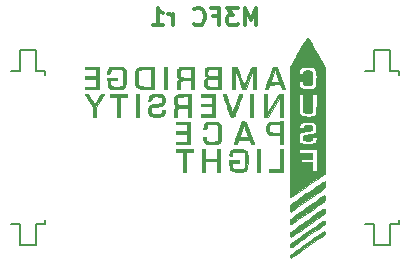
<source format=gbo>
G04 #@! TF.FileFunction,Legend,Bot*
%FSLAX46Y46*%
G04 Gerber Fmt 4.6, Leading zero omitted, Abs format (unit mm)*
G04 Created by KiCad (PCBNEW 4.1.0-alpha+201605071002+6776~44~ubuntu14.04.1-product) date Sun 26 Jun 2016 15:59:29 BST*
%MOMM*%
%LPD*%
G01*
G04 APERTURE LIST*
%ADD10C,0.100000*%
%ADD11C,0.300000*%
%ADD12C,0.150000*%
%ADD13C,0.010000*%
%ADD14C,1.000000*%
%ADD15R,2.220000X0.740000*%
%ADD16C,1.200000*%
G04 APERTURE END LIST*
D10*
D11*
X104357142Y-89678571D02*
X104357142Y-88178571D01*
X103857142Y-89250000D01*
X103357142Y-88178571D01*
X103357142Y-89678571D01*
X102785714Y-88178571D02*
X101857142Y-88178571D01*
X102357142Y-88750000D01*
X102142857Y-88750000D01*
X102000000Y-88821428D01*
X101928571Y-88892857D01*
X101857142Y-89035714D01*
X101857142Y-89392857D01*
X101928571Y-89535714D01*
X102000000Y-89607142D01*
X102142857Y-89678571D01*
X102571428Y-89678571D01*
X102714285Y-89607142D01*
X102785714Y-89535714D01*
X100714285Y-88892857D02*
X101214285Y-88892857D01*
X101214285Y-89678571D02*
X101214285Y-88178571D01*
X100500000Y-88178571D01*
X99071428Y-89535714D02*
X99142857Y-89607142D01*
X99357142Y-89678571D01*
X99500000Y-89678571D01*
X99714285Y-89607142D01*
X99857142Y-89464285D01*
X99928571Y-89321428D01*
X100000000Y-89035714D01*
X100000000Y-88821428D01*
X99928571Y-88535714D01*
X99857142Y-88392857D01*
X99714285Y-88250000D01*
X99500000Y-88178571D01*
X99357142Y-88178571D01*
X99142857Y-88250000D01*
X99071428Y-88321428D01*
X97285714Y-89678571D02*
X97285714Y-88678571D01*
X97285714Y-88964285D02*
X97214285Y-88821428D01*
X97142857Y-88750000D01*
X97000000Y-88678571D01*
X96857142Y-88678571D01*
X95571428Y-89678571D02*
X96428571Y-89678571D01*
X96000000Y-89678571D02*
X96000000Y-88178571D01*
X96142857Y-88392857D01*
X96285714Y-88535714D01*
X96428571Y-88607142D01*
D12*
X113550000Y-106465000D02*
X114315000Y-106465000D01*
X114315000Y-106465000D02*
X114315000Y-108245000D01*
X114315000Y-108245000D02*
X115685000Y-108245000D01*
X115685000Y-108245000D02*
X115685000Y-106465000D01*
X115685000Y-106465000D02*
X116450000Y-106465000D01*
X116450000Y-106465000D02*
X116450000Y-106165000D01*
X116450000Y-93835000D02*
X116450000Y-93535000D01*
X116450000Y-93535000D02*
X115685000Y-93535000D01*
X115685000Y-93535000D02*
X115685000Y-91755000D01*
X115685000Y-91755000D02*
X114315000Y-91755000D01*
X114315000Y-91755000D02*
X114315000Y-93535000D01*
X114315000Y-93535000D02*
X113550000Y-93535000D01*
X83550000Y-106465000D02*
X84315000Y-106465000D01*
X84315000Y-106465000D02*
X84315000Y-108245000D01*
X84315000Y-108245000D02*
X85685000Y-108245000D01*
X85685000Y-108245000D02*
X85685000Y-106465000D01*
X85685000Y-106465000D02*
X86450000Y-106465000D01*
X86450000Y-106465000D02*
X86450000Y-106165000D01*
X86450000Y-93835000D02*
X86450000Y-93535000D01*
X86450000Y-93535000D02*
X85685000Y-93535000D01*
X85685000Y-93535000D02*
X85685000Y-91755000D01*
X85685000Y-91755000D02*
X84315000Y-91755000D01*
X84315000Y-91755000D02*
X84315000Y-93535000D01*
X84315000Y-93535000D02*
X83550000Y-93535000D01*
D13*
G36*
X110066746Y-107129605D02*
X109985442Y-107179704D01*
X109864060Y-107258223D01*
X109708517Y-107361089D01*
X109524731Y-107484226D01*
X109318620Y-107623561D01*
X109096102Y-107775019D01*
X108863093Y-107934527D01*
X108625513Y-108098010D01*
X108389277Y-108261395D01*
X108160305Y-108420607D01*
X107944514Y-108571572D01*
X107747820Y-108710216D01*
X107576143Y-108832464D01*
X107435400Y-108934244D01*
X107331508Y-109011480D01*
X107270385Y-109060098D01*
X107263790Y-109066051D01*
X107191248Y-109166783D01*
X107175500Y-109241941D01*
X107192938Y-109312282D01*
X107246104Y-109333818D01*
X107336275Y-109306377D01*
X107464731Y-109229792D01*
X107510460Y-109197544D01*
X107576864Y-109150318D01*
X107689038Y-109071609D01*
X107840455Y-108965953D01*
X108024589Y-108837886D01*
X108234915Y-108691943D01*
X108464906Y-108532660D01*
X108708035Y-108364574D01*
X108842375Y-108271824D01*
X109085283Y-108103745D01*
X109314565Y-107944229D01*
X109524362Y-107797414D01*
X109708816Y-107667438D01*
X109862068Y-107558440D01*
X109978261Y-107474559D01*
X110051535Y-107419933D01*
X110072688Y-107402714D01*
X110129417Y-107328503D01*
X110159796Y-107245162D01*
X110162046Y-107170285D01*
X110134394Y-107121467D01*
X110102055Y-107112000D01*
X110066746Y-107129605D01*
X110066746Y-107129605D01*
G37*
X110066746Y-107129605D02*
X109985442Y-107179704D01*
X109864060Y-107258223D01*
X109708517Y-107361089D01*
X109524731Y-107484226D01*
X109318620Y-107623561D01*
X109096102Y-107775019D01*
X108863093Y-107934527D01*
X108625513Y-108098010D01*
X108389277Y-108261395D01*
X108160305Y-108420607D01*
X107944514Y-108571572D01*
X107747820Y-108710216D01*
X107576143Y-108832464D01*
X107435400Y-108934244D01*
X107331508Y-109011480D01*
X107270385Y-109060098D01*
X107263790Y-109066051D01*
X107191248Y-109166783D01*
X107175500Y-109241941D01*
X107192938Y-109312282D01*
X107246104Y-109333818D01*
X107336275Y-109306377D01*
X107464731Y-109229792D01*
X107510460Y-109197544D01*
X107576864Y-109150318D01*
X107689038Y-109071609D01*
X107840455Y-108965953D01*
X108024589Y-108837886D01*
X108234915Y-108691943D01*
X108464906Y-108532660D01*
X108708035Y-108364574D01*
X108842375Y-108271824D01*
X109085283Y-108103745D01*
X109314565Y-107944229D01*
X109524362Y-107797414D01*
X109708816Y-107667438D01*
X109862068Y-107558440D01*
X109978261Y-107474559D01*
X110051535Y-107419933D01*
X110072688Y-107402714D01*
X110129417Y-107328503D01*
X110159796Y-107245162D01*
X110162046Y-107170285D01*
X110134394Y-107121467D01*
X110102055Y-107112000D01*
X110066746Y-107129605D01*
G36*
X110073151Y-106208983D02*
X109990766Y-106259461D01*
X109868413Y-106338601D01*
X109711974Y-106442322D01*
X109527331Y-106566541D01*
X109320366Y-106707176D01*
X109096959Y-106860144D01*
X108862992Y-107021364D01*
X108624346Y-107186753D01*
X108386904Y-107352229D01*
X108156547Y-107513709D01*
X107939155Y-107667111D01*
X107740612Y-107808354D01*
X107566797Y-107933354D01*
X107423592Y-108038031D01*
X107316880Y-108118300D01*
X107252541Y-108170080D01*
X107237415Y-108184851D01*
X107192331Y-108271052D01*
X107180089Y-108359578D01*
X107199518Y-108431386D01*
X107249444Y-108467432D01*
X107254875Y-108468217D01*
X107295308Y-108451635D01*
X107384290Y-108399944D01*
X107518829Y-108315119D01*
X107695931Y-108199140D01*
X107912602Y-108053985D01*
X108165850Y-107881632D01*
X108452682Y-107684059D01*
X108673012Y-107530997D01*
X108935943Y-107347497D01*
X109184569Y-107173482D01*
X109413726Y-107012598D01*
X109618249Y-106868497D01*
X109792974Y-106744825D01*
X109932738Y-106645234D01*
X110032376Y-106573371D01*
X110086724Y-106532885D01*
X110093825Y-106527046D01*
X110134942Y-106464412D01*
X110158510Y-106379566D01*
X110163584Y-106292489D01*
X110149222Y-106223161D01*
X110114478Y-106191565D01*
X110109688Y-106191250D01*
X110073151Y-106208983D01*
X110073151Y-106208983D01*
G37*
X110073151Y-106208983D02*
X109990766Y-106259461D01*
X109868413Y-106338601D01*
X109711974Y-106442322D01*
X109527331Y-106566541D01*
X109320366Y-106707176D01*
X109096959Y-106860144D01*
X108862992Y-107021364D01*
X108624346Y-107186753D01*
X108386904Y-107352229D01*
X108156547Y-107513709D01*
X107939155Y-107667111D01*
X107740612Y-107808354D01*
X107566797Y-107933354D01*
X107423592Y-108038031D01*
X107316880Y-108118300D01*
X107252541Y-108170080D01*
X107237415Y-108184851D01*
X107192331Y-108271052D01*
X107180089Y-108359578D01*
X107199518Y-108431386D01*
X107249444Y-108467432D01*
X107254875Y-108468217D01*
X107295308Y-108451635D01*
X107384290Y-108399944D01*
X107518829Y-108315119D01*
X107695931Y-108199140D01*
X107912602Y-108053985D01*
X108165850Y-107881632D01*
X108452682Y-107684059D01*
X108673012Y-107530997D01*
X108935943Y-107347497D01*
X109184569Y-107173482D01*
X109413726Y-107012598D01*
X109618249Y-106868497D01*
X109792974Y-106744825D01*
X109932738Y-106645234D01*
X110032376Y-106573371D01*
X110086724Y-106532885D01*
X110093825Y-106527046D01*
X110134942Y-106464412D01*
X110158510Y-106379566D01*
X110163584Y-106292489D01*
X110149222Y-106223161D01*
X110114478Y-106191565D01*
X110109688Y-106191250D01*
X110073151Y-106208983D01*
G36*
X110066509Y-105183936D02*
X110038166Y-105195906D01*
X109996346Y-105218744D01*
X109936958Y-105255127D01*
X109855910Y-105307734D01*
X109749110Y-105379247D01*
X109612467Y-105472343D01*
X109441889Y-105589701D01*
X109233286Y-105734002D01*
X108982565Y-105907924D01*
X108685634Y-106114148D01*
X108533582Y-106219775D01*
X108200640Y-106452106D01*
X107919183Y-106650812D01*
X107687593Y-106817090D01*
X107504253Y-106952136D01*
X107367548Y-107057148D01*
X107275860Y-107133323D01*
X107227573Y-107181857D01*
X107221262Y-107191293D01*
X107186709Y-107289500D01*
X107177745Y-107392525D01*
X107192606Y-107481643D01*
X107229528Y-107538127D01*
X107254875Y-107548186D01*
X107296075Y-107531776D01*
X107386102Y-107479917D01*
X107522312Y-107394351D01*
X107702060Y-107276817D01*
X107922703Y-107129055D01*
X108181597Y-106952805D01*
X108476097Y-106749807D01*
X108620125Y-106649784D01*
X108880108Y-106468601D01*
X109127561Y-106295679D01*
X109356921Y-106134938D01*
X109562623Y-105990300D01*
X109739100Y-105865687D01*
X109880790Y-105765020D01*
X109982126Y-105692222D01*
X110037543Y-105651213D01*
X110040938Y-105648539D01*
X110110244Y-105587937D01*
X110145665Y-105533192D01*
X110158465Y-105458811D01*
X110160000Y-105379132D01*
X110153992Y-105266146D01*
X110134098Y-105204531D01*
X110111589Y-105186429D01*
X110099129Y-105181876D01*
X110085466Y-105180152D01*
X110066509Y-105183936D01*
X110066509Y-105183936D01*
G37*
X110066509Y-105183936D02*
X110038166Y-105195906D01*
X109996346Y-105218744D01*
X109936958Y-105255127D01*
X109855910Y-105307734D01*
X109749110Y-105379247D01*
X109612467Y-105472343D01*
X109441889Y-105589701D01*
X109233286Y-105734002D01*
X108982565Y-105907924D01*
X108685634Y-106114148D01*
X108533582Y-106219775D01*
X108200640Y-106452106D01*
X107919183Y-106650812D01*
X107687593Y-106817090D01*
X107504253Y-106952136D01*
X107367548Y-107057148D01*
X107275860Y-107133323D01*
X107227573Y-107181857D01*
X107221262Y-107191293D01*
X107186709Y-107289500D01*
X107177745Y-107392525D01*
X107192606Y-107481643D01*
X107229528Y-107538127D01*
X107254875Y-107548186D01*
X107296075Y-107531776D01*
X107386102Y-107479917D01*
X107522312Y-107394351D01*
X107702060Y-107276817D01*
X107922703Y-107129055D01*
X108181597Y-106952805D01*
X108476097Y-106749807D01*
X108620125Y-106649784D01*
X108880108Y-106468601D01*
X109127561Y-106295679D01*
X109356921Y-106134938D01*
X109562623Y-105990300D01*
X109739100Y-105865687D01*
X109880790Y-105765020D01*
X109982126Y-105692222D01*
X110037543Y-105651213D01*
X110040938Y-105648539D01*
X110110244Y-105587937D01*
X110145665Y-105533192D01*
X110158465Y-105458811D01*
X110160000Y-105379132D01*
X110153992Y-105266146D01*
X110134098Y-105204531D01*
X110111589Y-105186429D01*
X110099129Y-105181876D01*
X110085466Y-105180152D01*
X110066509Y-105183936D01*
G36*
X110050469Y-104085271D02*
X109965510Y-104133706D01*
X109840394Y-104211706D01*
X109680856Y-104315565D01*
X109492630Y-104441579D01*
X109281450Y-104586042D01*
X109152912Y-104675286D01*
X108913328Y-104842396D01*
X108663726Y-105016323D01*
X108415798Y-105188933D01*
X108181235Y-105352091D01*
X107971729Y-105497662D01*
X107798971Y-105617511D01*
X107754836Y-105648079D01*
X107593973Y-105761262D01*
X107450304Y-105865804D01*
X107332445Y-105955156D01*
X107249008Y-106022771D01*
X107208607Y-106062100D01*
X107207149Y-106064440D01*
X107183668Y-106141165D01*
X107174088Y-106242561D01*
X107177498Y-106347753D01*
X107192985Y-106435866D01*
X107219637Y-106486024D01*
X107225722Y-106489478D01*
X107269651Y-106503375D01*
X107308447Y-106500588D01*
X107360045Y-106474807D01*
X107442383Y-106419723D01*
X107461250Y-106406627D01*
X107903371Y-106099240D01*
X108295917Y-105826005D01*
X108641583Y-105585011D01*
X108943060Y-105374347D01*
X109203040Y-105192102D01*
X109424216Y-105036366D01*
X109609280Y-104905226D01*
X109760923Y-104796772D01*
X109881839Y-104709094D01*
X109974720Y-104640279D01*
X110042257Y-104588416D01*
X110087143Y-104551596D01*
X110112070Y-104527906D01*
X110117393Y-104521172D01*
X110145344Y-104446292D01*
X110157347Y-104345527D01*
X110154607Y-104238373D01*
X110138327Y-104144324D01*
X110109712Y-104082874D01*
X110089537Y-104070105D01*
X110050469Y-104085271D01*
X110050469Y-104085271D01*
G37*
X110050469Y-104085271D02*
X109965510Y-104133706D01*
X109840394Y-104211706D01*
X109680856Y-104315565D01*
X109492630Y-104441579D01*
X109281450Y-104586042D01*
X109152912Y-104675286D01*
X108913328Y-104842396D01*
X108663726Y-105016323D01*
X108415798Y-105188933D01*
X108181235Y-105352091D01*
X107971729Y-105497662D01*
X107798971Y-105617511D01*
X107754836Y-105648079D01*
X107593973Y-105761262D01*
X107450304Y-105865804D01*
X107332445Y-105955156D01*
X107249008Y-106022771D01*
X107208607Y-106062100D01*
X107207149Y-106064440D01*
X107183668Y-106141165D01*
X107174088Y-106242561D01*
X107177498Y-106347753D01*
X107192985Y-106435866D01*
X107219637Y-106486024D01*
X107225722Y-106489478D01*
X107269651Y-106503375D01*
X107308447Y-106500588D01*
X107360045Y-106474807D01*
X107442383Y-106419723D01*
X107461250Y-106406627D01*
X107903371Y-106099240D01*
X108295917Y-105826005D01*
X108641583Y-105585011D01*
X108943060Y-105374347D01*
X109203040Y-105192102D01*
X109424216Y-105036366D01*
X109609280Y-104905226D01*
X109760923Y-104796772D01*
X109881839Y-104709094D01*
X109974720Y-104640279D01*
X110042257Y-104588416D01*
X110087143Y-104551596D01*
X110112070Y-104527906D01*
X110117393Y-104521172D01*
X110145344Y-104446292D01*
X110157347Y-104345527D01*
X110154607Y-104238373D01*
X110138327Y-104144324D01*
X110109712Y-104082874D01*
X110089537Y-104070105D01*
X110050469Y-104085271D01*
G36*
X110072688Y-102895954D02*
X110030564Y-102916366D01*
X109942702Y-102969327D01*
X109815170Y-103050662D01*
X109654033Y-103156198D01*
X109465357Y-103281759D01*
X109255210Y-103423172D01*
X109029658Y-103576261D01*
X108794766Y-103736853D01*
X108556603Y-103900772D01*
X108321232Y-104063845D01*
X108094723Y-104221896D01*
X107883139Y-104370753D01*
X107692549Y-104506239D01*
X107529019Y-104624180D01*
X107398614Y-104720403D01*
X107307401Y-104790732D01*
X107262813Y-104829507D01*
X107213712Y-104889900D01*
X107187304Y-104953073D01*
X107176882Y-105041774D01*
X107175500Y-105125529D01*
X107180005Y-105275596D01*
X107194883Y-105370741D01*
X107222181Y-105418995D01*
X107252868Y-105429250D01*
X107285934Y-105411672D01*
X107365922Y-105361257D01*
X107487663Y-105281479D01*
X107645985Y-105175812D01*
X107835720Y-105047731D01*
X108051696Y-104900710D01*
X108288744Y-104738225D01*
X108541694Y-104563751D01*
X108575034Y-104540675D01*
X108834905Y-104360241D01*
X109083338Y-104186790D01*
X109314519Y-104024449D01*
X109522636Y-103877341D01*
X109701875Y-103749594D01*
X109846422Y-103645332D01*
X109950464Y-103568681D01*
X110008187Y-103523766D01*
X110009188Y-103522913D01*
X110160000Y-103393726D01*
X110160000Y-102882042D01*
X110072688Y-102895954D01*
X110072688Y-102895954D01*
G37*
X110072688Y-102895954D02*
X110030564Y-102916366D01*
X109942702Y-102969327D01*
X109815170Y-103050662D01*
X109654033Y-103156198D01*
X109465357Y-103281759D01*
X109255210Y-103423172D01*
X109029658Y-103576261D01*
X108794766Y-103736853D01*
X108556603Y-103900772D01*
X108321232Y-104063845D01*
X108094723Y-104221896D01*
X107883139Y-104370753D01*
X107692549Y-104506239D01*
X107529019Y-104624180D01*
X107398614Y-104720403D01*
X107307401Y-104790732D01*
X107262813Y-104829507D01*
X107213712Y-104889900D01*
X107187304Y-104953073D01*
X107176882Y-105041774D01*
X107175500Y-105125529D01*
X107180005Y-105275596D01*
X107194883Y-105370741D01*
X107222181Y-105418995D01*
X107252868Y-105429250D01*
X107285934Y-105411672D01*
X107365922Y-105361257D01*
X107487663Y-105281479D01*
X107645985Y-105175812D01*
X107835720Y-105047731D01*
X108051696Y-104900710D01*
X108288744Y-104738225D01*
X108541694Y-104563751D01*
X108575034Y-104540675D01*
X108834905Y-104360241D01*
X109083338Y-104186790D01*
X109314519Y-104024449D01*
X109522636Y-103877341D01*
X109701875Y-103749594D01*
X109846422Y-103645332D01*
X109950464Y-103568681D01*
X110008187Y-103523766D01*
X110009188Y-103522913D01*
X110160000Y-103393726D01*
X110160000Y-102882042D01*
X110072688Y-102895954D01*
G36*
X108645802Y-90718264D02*
X108596605Y-90782676D01*
X108523792Y-90892539D01*
X108426090Y-91049908D01*
X108302227Y-91256836D01*
X108150930Y-91515378D01*
X107970928Y-91827586D01*
X107952505Y-91859735D01*
X107807939Y-92113144D01*
X107671522Y-92354239D01*
X107546912Y-92576407D01*
X107437771Y-92773035D01*
X107347757Y-92937512D01*
X107280531Y-93063225D01*
X107239754Y-93143563D01*
X107230972Y-93163240D01*
X107223909Y-93183729D01*
X107217479Y-93209665D01*
X107211657Y-93243911D01*
X107206420Y-93289331D01*
X107201742Y-93348789D01*
X107197600Y-93425149D01*
X107193968Y-93521275D01*
X107190823Y-93640030D01*
X107188139Y-93784278D01*
X107185894Y-93956883D01*
X107184061Y-94160709D01*
X107182616Y-94398619D01*
X107181536Y-94673477D01*
X107180795Y-94988148D01*
X107180369Y-95345494D01*
X107180234Y-95748380D01*
X107180365Y-96199670D01*
X107180738Y-96702226D01*
X107181329Y-97258914D01*
X107182112Y-97872597D01*
X107183063Y-98546138D01*
X107183347Y-98739692D01*
X107191375Y-104175125D01*
X107270750Y-104180748D01*
X107306360Y-104170566D01*
X107373722Y-104135935D01*
X107475491Y-104075112D01*
X107614320Y-103986350D01*
X107792863Y-103867908D01*
X108013774Y-103718039D01*
X108279708Y-103535000D01*
X108593318Y-103317046D01*
X108728804Y-103222426D01*
X108992515Y-103037512D01*
X109240669Y-102862478D01*
X109468342Y-102700868D01*
X109670607Y-102556229D01*
X109842538Y-102432105D01*
X109979210Y-102332042D01*
X110075696Y-102259585D01*
X110127071Y-102218280D01*
X110134066Y-102210979D01*
X110137143Y-102174153D01*
X110140003Y-102077453D01*
X110142634Y-101924506D01*
X110145019Y-101718938D01*
X110147145Y-101464376D01*
X110148997Y-101164446D01*
X110150559Y-100822774D01*
X110151818Y-100442986D01*
X110152463Y-100158750D01*
X109461500Y-100158750D01*
X109461500Y-102032000D01*
X109080500Y-102032000D01*
X109080500Y-101270000D01*
X108096250Y-101270000D01*
X108096250Y-100952500D01*
X109080500Y-100952500D01*
X109080500Y-100476250D01*
X107937500Y-100476250D01*
X107937500Y-100158750D01*
X109461500Y-100158750D01*
X110152463Y-100158750D01*
X110152759Y-100028709D01*
X110153367Y-99583569D01*
X110153628Y-99111193D01*
X110153628Y-99111000D01*
X109469681Y-99111000D01*
X109447964Y-99274715D01*
X109428744Y-99372431D01*
X109399317Y-99473895D01*
X109366405Y-99560141D01*
X109336733Y-99612205D01*
X109325748Y-99619478D01*
X109294560Y-99629760D01*
X109224650Y-99655027D01*
X109191625Y-99667252D01*
X109096225Y-99688699D01*
X108957406Y-99702384D01*
X108791472Y-99708577D01*
X108614730Y-99707549D01*
X108443484Y-99699568D01*
X108294039Y-99684907D01*
X108182701Y-99663835D01*
X108144165Y-99649886D01*
X108060667Y-99586192D01*
X108001290Y-99507585D01*
X107973794Y-99415178D01*
X107957645Y-99283701D01*
X107952942Y-99134768D01*
X107959788Y-98989990D01*
X107978284Y-98870979D01*
X107998040Y-98814906D01*
X108054630Y-98748568D01*
X108149744Y-98695948D01*
X108290063Y-98654905D01*
X108482268Y-98623296D01*
X108650870Y-98605671D01*
X108815382Y-98589047D01*
X108927138Y-98571663D01*
X108996864Y-98551144D01*
X109035283Y-98525113D01*
X109039808Y-98519513D01*
X109075348Y-98424497D01*
X109073126Y-98310035D01*
X109034799Y-98206463D01*
X109021717Y-98188190D01*
X108985461Y-98151764D01*
X108938715Y-98129736D01*
X108865516Y-98118380D01*
X108749901Y-98113965D01*
X108701529Y-98113412D01*
X108544414Y-98118445D01*
X108440332Y-98140136D01*
X108379856Y-98183692D01*
X108353560Y-98254319D01*
X108350250Y-98307443D01*
X108345452Y-98347846D01*
X108321253Y-98369830D01*
X108262953Y-98378947D01*
X108156145Y-98380750D01*
X107962040Y-98380750D01*
X107983995Y-98229937D01*
X108014361Y-98092277D01*
X108065256Y-97988679D01*
X108144555Y-97914810D01*
X108260138Y-97866336D01*
X108419883Y-97838925D01*
X108631667Y-97828244D01*
X108715375Y-97827652D01*
X108951022Y-97834971D01*
X109131169Y-97859929D01*
X109262534Y-97907448D01*
X109351830Y-97982450D01*
X109405772Y-98089858D01*
X109431077Y-98234592D01*
X109435353Y-98355376D01*
X109427724Y-98527630D01*
X109399482Y-98656636D01*
X109342597Y-98749737D01*
X109249040Y-98814272D01*
X109110781Y-98857581D01*
X108919789Y-98887006D01*
X108845284Y-98894779D01*
X108655935Y-98914202D01*
X108520029Y-98932102D01*
X108427673Y-98951488D01*
X108368970Y-98975368D01*
X108334026Y-99006752D01*
X108312948Y-99048648D01*
X108309837Y-99057616D01*
X108295130Y-99152072D01*
X108300919Y-99255930D01*
X108301120Y-99257014D01*
X108327284Y-99333500D01*
X108378703Y-99384278D01*
X108465899Y-99413879D01*
X108599393Y-99426831D01*
X108699500Y-99428500D01*
X108860099Y-99423830D01*
X108968795Y-99406266D01*
X109036731Y-99370471D01*
X109075052Y-99311113D01*
X109092296Y-99240479D01*
X109113001Y-99111000D01*
X109469681Y-99111000D01*
X110153628Y-99111000D01*
X110153526Y-98615206D01*
X110153048Y-98099235D01*
X110152387Y-97676551D01*
X110148394Y-95507375D01*
X109445625Y-95507375D01*
X109445625Y-96269375D01*
X109445251Y-96511903D01*
X109443709Y-96699760D01*
X109440367Y-96841774D01*
X109434595Y-96946771D01*
X109425764Y-97023579D01*
X109413241Y-97081023D01*
X109396398Y-97127932D01*
X109382125Y-97158375D01*
X109317702Y-97251813D01*
X109226416Y-97318906D01*
X109100050Y-97362218D01*
X108930384Y-97384314D01*
X108709198Y-97387759D01*
X108651875Y-97386239D01*
X108443942Y-97373861D01*
X108284464Y-97352322D01*
X108185672Y-97324694D01*
X108119734Y-97293038D01*
X108067547Y-97256104D01*
X108027389Y-97206455D01*
X107997542Y-97136658D01*
X107976286Y-97039277D01*
X107961902Y-96906878D01*
X107952669Y-96732025D01*
X107946868Y-96507285D01*
X107943426Y-96277312D01*
X107933476Y-95491500D01*
X108282458Y-95491500D01*
X108292542Y-96224605D01*
X108295918Y-96458586D01*
X108299366Y-96637340D01*
X108303771Y-96769136D01*
X108310018Y-96862241D01*
X108318994Y-96924924D01*
X108331585Y-96965452D01*
X108348676Y-96992095D01*
X108371153Y-97013118D01*
X108377580Y-97018355D01*
X108433652Y-97051606D01*
X108510660Y-97070490D01*
X108625745Y-97078260D01*
X108696950Y-97079000D01*
X108807436Y-97079296D01*
X108893223Y-97075431D01*
X108957602Y-97060271D01*
X109003867Y-97026683D01*
X109035312Y-96967534D01*
X109055228Y-96875691D01*
X109066909Y-96744020D01*
X109073648Y-96565389D01*
X109078737Y-96332665D01*
X109080500Y-96248176D01*
X109096375Y-95507375D01*
X109445625Y-95507375D01*
X110148394Y-95507375D01*
X110145619Y-94000718D01*
X109457772Y-94000718D01*
X109442515Y-94316908D01*
X109433647Y-94405727D01*
X109404050Y-94618190D01*
X109364099Y-94776450D01*
X109307530Y-94889671D01*
X109228080Y-94967020D01*
X109119487Y-95017661D01*
X108995179Y-95047350D01*
X108883318Y-95058759D01*
X108736945Y-95061979D01*
X108575533Y-95057908D01*
X108418557Y-95047448D01*
X108285492Y-95031498D01*
X108195812Y-95010957D01*
X108194147Y-95010337D01*
X108108120Y-94964178D01*
X108041174Y-94912807D01*
X108002869Y-94869466D01*
X107975558Y-94814501D01*
X107955078Y-94733507D01*
X107937268Y-94612077D01*
X107926278Y-94515187D01*
X107911793Y-94380250D01*
X108286750Y-94380250D01*
X108286750Y-94487857D01*
X108305324Y-94605381D01*
X108365426Y-94685163D01*
X108473627Y-94732924D01*
X108588980Y-94751058D01*
X108770652Y-94756906D01*
X108901242Y-94735551D01*
X108988153Y-94684519D01*
X109038791Y-94601337D01*
X109039021Y-94600676D01*
X109053400Y-94525519D01*
X109064368Y-94403360D01*
X109071704Y-94250612D01*
X109075188Y-94083694D01*
X109074600Y-93919020D01*
X109069721Y-93773007D01*
X109060330Y-93662072D01*
X109052185Y-93618250D01*
X109000340Y-93544484D01*
X108898011Y-93493733D01*
X108755014Y-93469099D01*
X108591625Y-93472597D01*
X108453465Y-93493590D01*
X108368585Y-93526998D01*
X108327097Y-93578714D01*
X108318500Y-93635415D01*
X108310581Y-93728137D01*
X108277976Y-93780763D01*
X108207412Y-93804031D01*
X108104287Y-93808750D01*
X107928617Y-93808750D01*
X107946774Y-93632817D01*
X107972414Y-93477305D01*
X108018003Y-93359499D01*
X108090988Y-93275006D01*
X108198814Y-93219430D01*
X108348929Y-93188378D01*
X108548778Y-93177455D01*
X108715375Y-93179241D01*
X108884424Y-93185291D01*
X109004334Y-93194214D01*
X109089467Y-93208393D01*
X109154182Y-93230210D01*
X109212235Y-93261672D01*
X109319166Y-93365312D01*
X109395879Y-93523788D01*
X109442154Y-93735967D01*
X109457772Y-94000718D01*
X110145619Y-94000718D01*
X110144125Y-93189625D01*
X109495933Y-92030750D01*
X109324580Y-91724550D01*
X109181316Y-91469194D01*
X109063291Y-91260069D01*
X108967658Y-91092562D01*
X108891570Y-90962061D01*
X108832179Y-90863953D01*
X108786637Y-90793627D01*
X108752098Y-90746471D01*
X108725713Y-90717871D01*
X108704635Y-90703216D01*
X108686017Y-90697893D01*
X108672655Y-90697250D01*
X108645802Y-90718264D01*
X108645802Y-90718264D01*
G37*
X108645802Y-90718264D02*
X108596605Y-90782676D01*
X108523792Y-90892539D01*
X108426090Y-91049908D01*
X108302227Y-91256836D01*
X108150930Y-91515378D01*
X107970928Y-91827586D01*
X107952505Y-91859735D01*
X107807939Y-92113144D01*
X107671522Y-92354239D01*
X107546912Y-92576407D01*
X107437771Y-92773035D01*
X107347757Y-92937512D01*
X107280531Y-93063225D01*
X107239754Y-93143563D01*
X107230972Y-93163240D01*
X107223909Y-93183729D01*
X107217479Y-93209665D01*
X107211657Y-93243911D01*
X107206420Y-93289331D01*
X107201742Y-93348789D01*
X107197600Y-93425149D01*
X107193968Y-93521275D01*
X107190823Y-93640030D01*
X107188139Y-93784278D01*
X107185894Y-93956883D01*
X107184061Y-94160709D01*
X107182616Y-94398619D01*
X107181536Y-94673477D01*
X107180795Y-94988148D01*
X107180369Y-95345494D01*
X107180234Y-95748380D01*
X107180365Y-96199670D01*
X107180738Y-96702226D01*
X107181329Y-97258914D01*
X107182112Y-97872597D01*
X107183063Y-98546138D01*
X107183347Y-98739692D01*
X107191375Y-104175125D01*
X107270750Y-104180748D01*
X107306360Y-104170566D01*
X107373722Y-104135935D01*
X107475491Y-104075112D01*
X107614320Y-103986350D01*
X107792863Y-103867908D01*
X108013774Y-103718039D01*
X108279708Y-103535000D01*
X108593318Y-103317046D01*
X108728804Y-103222426D01*
X108992515Y-103037512D01*
X109240669Y-102862478D01*
X109468342Y-102700868D01*
X109670607Y-102556229D01*
X109842538Y-102432105D01*
X109979210Y-102332042D01*
X110075696Y-102259585D01*
X110127071Y-102218280D01*
X110134066Y-102210979D01*
X110137143Y-102174153D01*
X110140003Y-102077453D01*
X110142634Y-101924506D01*
X110145019Y-101718938D01*
X110147145Y-101464376D01*
X110148997Y-101164446D01*
X110150559Y-100822774D01*
X110151818Y-100442986D01*
X110152463Y-100158750D01*
X109461500Y-100158750D01*
X109461500Y-102032000D01*
X109080500Y-102032000D01*
X109080500Y-101270000D01*
X108096250Y-101270000D01*
X108096250Y-100952500D01*
X109080500Y-100952500D01*
X109080500Y-100476250D01*
X107937500Y-100476250D01*
X107937500Y-100158750D01*
X109461500Y-100158750D01*
X110152463Y-100158750D01*
X110152759Y-100028709D01*
X110153367Y-99583569D01*
X110153628Y-99111193D01*
X110153628Y-99111000D01*
X109469681Y-99111000D01*
X109447964Y-99274715D01*
X109428744Y-99372431D01*
X109399317Y-99473895D01*
X109366405Y-99560141D01*
X109336733Y-99612205D01*
X109325748Y-99619478D01*
X109294560Y-99629760D01*
X109224650Y-99655027D01*
X109191625Y-99667252D01*
X109096225Y-99688699D01*
X108957406Y-99702384D01*
X108791472Y-99708577D01*
X108614730Y-99707549D01*
X108443484Y-99699568D01*
X108294039Y-99684907D01*
X108182701Y-99663835D01*
X108144165Y-99649886D01*
X108060667Y-99586192D01*
X108001290Y-99507585D01*
X107973794Y-99415178D01*
X107957645Y-99283701D01*
X107952942Y-99134768D01*
X107959788Y-98989990D01*
X107978284Y-98870979D01*
X107998040Y-98814906D01*
X108054630Y-98748568D01*
X108149744Y-98695948D01*
X108290063Y-98654905D01*
X108482268Y-98623296D01*
X108650870Y-98605671D01*
X108815382Y-98589047D01*
X108927138Y-98571663D01*
X108996864Y-98551144D01*
X109035283Y-98525113D01*
X109039808Y-98519513D01*
X109075348Y-98424497D01*
X109073126Y-98310035D01*
X109034799Y-98206463D01*
X109021717Y-98188190D01*
X108985461Y-98151764D01*
X108938715Y-98129736D01*
X108865516Y-98118380D01*
X108749901Y-98113965D01*
X108701529Y-98113412D01*
X108544414Y-98118445D01*
X108440332Y-98140136D01*
X108379856Y-98183692D01*
X108353560Y-98254319D01*
X108350250Y-98307443D01*
X108345452Y-98347846D01*
X108321253Y-98369830D01*
X108262953Y-98378947D01*
X108156145Y-98380750D01*
X107962040Y-98380750D01*
X107983995Y-98229937D01*
X108014361Y-98092277D01*
X108065256Y-97988679D01*
X108144555Y-97914810D01*
X108260138Y-97866336D01*
X108419883Y-97838925D01*
X108631667Y-97828244D01*
X108715375Y-97827652D01*
X108951022Y-97834971D01*
X109131169Y-97859929D01*
X109262534Y-97907448D01*
X109351830Y-97982450D01*
X109405772Y-98089858D01*
X109431077Y-98234592D01*
X109435353Y-98355376D01*
X109427724Y-98527630D01*
X109399482Y-98656636D01*
X109342597Y-98749737D01*
X109249040Y-98814272D01*
X109110781Y-98857581D01*
X108919789Y-98887006D01*
X108845284Y-98894779D01*
X108655935Y-98914202D01*
X108520029Y-98932102D01*
X108427673Y-98951488D01*
X108368970Y-98975368D01*
X108334026Y-99006752D01*
X108312948Y-99048648D01*
X108309837Y-99057616D01*
X108295130Y-99152072D01*
X108300919Y-99255930D01*
X108301120Y-99257014D01*
X108327284Y-99333500D01*
X108378703Y-99384278D01*
X108465899Y-99413879D01*
X108599393Y-99426831D01*
X108699500Y-99428500D01*
X108860099Y-99423830D01*
X108968795Y-99406266D01*
X109036731Y-99370471D01*
X109075052Y-99311113D01*
X109092296Y-99240479D01*
X109113001Y-99111000D01*
X109469681Y-99111000D01*
X110153628Y-99111000D01*
X110153526Y-98615206D01*
X110153048Y-98099235D01*
X110152387Y-97676551D01*
X110148394Y-95507375D01*
X109445625Y-95507375D01*
X109445625Y-96269375D01*
X109445251Y-96511903D01*
X109443709Y-96699760D01*
X109440367Y-96841774D01*
X109434595Y-96946771D01*
X109425764Y-97023579D01*
X109413241Y-97081023D01*
X109396398Y-97127932D01*
X109382125Y-97158375D01*
X109317702Y-97251813D01*
X109226416Y-97318906D01*
X109100050Y-97362218D01*
X108930384Y-97384314D01*
X108709198Y-97387759D01*
X108651875Y-97386239D01*
X108443942Y-97373861D01*
X108284464Y-97352322D01*
X108185672Y-97324694D01*
X108119734Y-97293038D01*
X108067547Y-97256104D01*
X108027389Y-97206455D01*
X107997542Y-97136658D01*
X107976286Y-97039277D01*
X107961902Y-96906878D01*
X107952669Y-96732025D01*
X107946868Y-96507285D01*
X107943426Y-96277312D01*
X107933476Y-95491500D01*
X108282458Y-95491500D01*
X108292542Y-96224605D01*
X108295918Y-96458586D01*
X108299366Y-96637340D01*
X108303771Y-96769136D01*
X108310018Y-96862241D01*
X108318994Y-96924924D01*
X108331585Y-96965452D01*
X108348676Y-96992095D01*
X108371153Y-97013118D01*
X108377580Y-97018355D01*
X108433652Y-97051606D01*
X108510660Y-97070490D01*
X108625745Y-97078260D01*
X108696950Y-97079000D01*
X108807436Y-97079296D01*
X108893223Y-97075431D01*
X108957602Y-97060271D01*
X109003867Y-97026683D01*
X109035312Y-96967534D01*
X109055228Y-96875691D01*
X109066909Y-96744020D01*
X109073648Y-96565389D01*
X109078737Y-96332665D01*
X109080500Y-96248176D01*
X109096375Y-95507375D01*
X109445625Y-95507375D01*
X110148394Y-95507375D01*
X110145619Y-94000718D01*
X109457772Y-94000718D01*
X109442515Y-94316908D01*
X109433647Y-94405727D01*
X109404050Y-94618190D01*
X109364099Y-94776450D01*
X109307530Y-94889671D01*
X109228080Y-94967020D01*
X109119487Y-95017661D01*
X108995179Y-95047350D01*
X108883318Y-95058759D01*
X108736945Y-95061979D01*
X108575533Y-95057908D01*
X108418557Y-95047448D01*
X108285492Y-95031498D01*
X108195812Y-95010957D01*
X108194147Y-95010337D01*
X108108120Y-94964178D01*
X108041174Y-94912807D01*
X108002869Y-94869466D01*
X107975558Y-94814501D01*
X107955078Y-94733507D01*
X107937268Y-94612077D01*
X107926278Y-94515187D01*
X107911793Y-94380250D01*
X108286750Y-94380250D01*
X108286750Y-94487857D01*
X108305324Y-94605381D01*
X108365426Y-94685163D01*
X108473627Y-94732924D01*
X108588980Y-94751058D01*
X108770652Y-94756906D01*
X108901242Y-94735551D01*
X108988153Y-94684519D01*
X109038791Y-94601337D01*
X109039021Y-94600676D01*
X109053400Y-94525519D01*
X109064368Y-94403360D01*
X109071704Y-94250612D01*
X109075188Y-94083694D01*
X109074600Y-93919020D01*
X109069721Y-93773007D01*
X109060330Y-93662072D01*
X109052185Y-93618250D01*
X109000340Y-93544484D01*
X108898011Y-93493733D01*
X108755014Y-93469099D01*
X108591625Y-93472597D01*
X108453465Y-93493590D01*
X108368585Y-93526998D01*
X108327097Y-93578714D01*
X108318500Y-93635415D01*
X108310581Y-93728137D01*
X108277976Y-93780763D01*
X108207412Y-93804031D01*
X108104287Y-93808750D01*
X107928617Y-93808750D01*
X107946774Y-93632817D01*
X107972414Y-93477305D01*
X108018003Y-93359499D01*
X108090988Y-93275006D01*
X108198814Y-93219430D01*
X108348929Y-93188378D01*
X108548778Y-93177455D01*
X108715375Y-93179241D01*
X108884424Y-93185291D01*
X109004334Y-93194214D01*
X109089467Y-93208393D01*
X109154182Y-93230210D01*
X109212235Y-93261672D01*
X109319166Y-93365312D01*
X109395879Y-93523788D01*
X109442154Y-93735967D01*
X109457772Y-94000718D01*
X110145619Y-94000718D01*
X110144125Y-93189625D01*
X109495933Y-92030750D01*
X109324580Y-91724550D01*
X109181316Y-91469194D01*
X109063291Y-91260069D01*
X108967658Y-91092562D01*
X108891570Y-90962061D01*
X108832179Y-90863953D01*
X108786637Y-90793627D01*
X108752098Y-90746471D01*
X108725713Y-90717871D01*
X108704635Y-90703216D01*
X108686017Y-90697893D01*
X108672655Y-90697250D01*
X108645802Y-90718264D01*
G36*
X106381750Y-101809750D02*
X105397500Y-101809750D01*
X105397500Y-102063750D01*
X106604000Y-102063750D01*
X106604000Y-100158750D01*
X106381750Y-100158750D01*
X106381750Y-101809750D01*
X106381750Y-101809750D01*
G37*
X106381750Y-101809750D02*
X105397500Y-101809750D01*
X105397500Y-102063750D01*
X106604000Y-102063750D01*
X106604000Y-100158750D01*
X106381750Y-100158750D01*
X106381750Y-101809750D01*
G36*
X104445000Y-102063750D02*
X104699000Y-102063750D01*
X104699000Y-100158750D01*
X104445000Y-100158750D01*
X104445000Y-102063750D01*
X104445000Y-102063750D01*
G37*
X104445000Y-102063750D02*
X104699000Y-102063750D01*
X104699000Y-100158750D01*
X104445000Y-100158750D01*
X104445000Y-102063750D01*
G36*
X102588113Y-100146351D02*
X102420475Y-100158423D01*
X102297883Y-100181555D01*
X102211256Y-100218214D01*
X102151516Y-100270864D01*
X102114280Y-100331739D01*
X102082186Y-100432824D01*
X102064781Y-100552737D01*
X102063750Y-100584235D01*
X102066090Y-100673273D01*
X102081364Y-100715903D01*
X102121958Y-100729219D01*
X102169554Y-100730250D01*
X102234094Y-100725892D01*
X102269873Y-100701827D01*
X102291711Y-100641565D01*
X102304492Y-100580129D01*
X102327410Y-100491569D01*
X102362838Y-100428675D01*
X102420578Y-100387530D01*
X102510432Y-100364217D01*
X102642203Y-100354820D01*
X102825693Y-100355420D01*
X102864643Y-100356280D01*
X103030091Y-100360415D01*
X103155862Y-100369111D01*
X103247390Y-100390136D01*
X103310104Y-100431257D01*
X103349436Y-100500243D01*
X103370818Y-100604863D01*
X103379680Y-100752886D01*
X103381454Y-100952079D01*
X103381375Y-101095375D01*
X103380993Y-101302571D01*
X103379188Y-101455837D01*
X103374972Y-101564743D01*
X103367356Y-101638856D01*
X103355354Y-101687745D01*
X103337975Y-101720979D01*
X103314234Y-101748127D01*
X103313939Y-101748422D01*
X103234314Y-101794129D01*
X103109995Y-101827365D01*
X102957374Y-101847749D01*
X102792843Y-101854901D01*
X102632794Y-101848437D01*
X102493619Y-101827977D01*
X102391711Y-101793138D01*
X102360271Y-101770627D01*
X102328072Y-101706750D01*
X102303523Y-101594747D01*
X102294147Y-101511547D01*
X102277307Y-101301750D01*
X102889250Y-101301750D01*
X102889250Y-101079500D01*
X102055760Y-101079500D01*
X102069752Y-101445055D01*
X102081455Y-101640928D01*
X102102627Y-101783713D01*
X102138299Y-101883669D01*
X102193503Y-101951051D01*
X102273268Y-101996118D01*
X102352475Y-102021507D01*
X102451479Y-102037968D01*
X102593946Y-102049576D01*
X102760515Y-102056056D01*
X102931825Y-102057134D01*
X103088517Y-102052537D01*
X103211230Y-102041992D01*
X103254375Y-102034263D01*
X103361356Y-102003501D01*
X103444152Y-101963863D01*
X103506013Y-101907324D01*
X103550192Y-101825862D01*
X103579939Y-101711455D01*
X103598505Y-101556077D01*
X103609142Y-101351708D01*
X103614147Y-101146409D01*
X103616807Y-100892893D01*
X103613113Y-100694446D01*
X103600898Y-100542778D01*
X103577992Y-100429595D01*
X103542227Y-100346607D01*
X103491434Y-100285521D01*
X103423446Y-100238045D01*
X103369458Y-100210766D01*
X103298387Y-100181818D01*
X103223674Y-100162322D01*
X103130758Y-100150513D01*
X103005080Y-100144624D01*
X102832078Y-100142888D01*
X102809875Y-100142875D01*
X102588113Y-100146351D01*
X102588113Y-100146351D01*
G37*
X102588113Y-100146351D02*
X102420475Y-100158423D01*
X102297883Y-100181555D01*
X102211256Y-100218214D01*
X102151516Y-100270864D01*
X102114280Y-100331739D01*
X102082186Y-100432824D01*
X102064781Y-100552737D01*
X102063750Y-100584235D01*
X102066090Y-100673273D01*
X102081364Y-100715903D01*
X102121958Y-100729219D01*
X102169554Y-100730250D01*
X102234094Y-100725892D01*
X102269873Y-100701827D01*
X102291711Y-100641565D01*
X102304492Y-100580129D01*
X102327410Y-100491569D01*
X102362838Y-100428675D01*
X102420578Y-100387530D01*
X102510432Y-100364217D01*
X102642203Y-100354820D01*
X102825693Y-100355420D01*
X102864643Y-100356280D01*
X103030091Y-100360415D01*
X103155862Y-100369111D01*
X103247390Y-100390136D01*
X103310104Y-100431257D01*
X103349436Y-100500243D01*
X103370818Y-100604863D01*
X103379680Y-100752886D01*
X103381454Y-100952079D01*
X103381375Y-101095375D01*
X103380993Y-101302571D01*
X103379188Y-101455837D01*
X103374972Y-101564743D01*
X103367356Y-101638856D01*
X103355354Y-101687745D01*
X103337975Y-101720979D01*
X103314234Y-101748127D01*
X103313939Y-101748422D01*
X103234314Y-101794129D01*
X103109995Y-101827365D01*
X102957374Y-101847749D01*
X102792843Y-101854901D01*
X102632794Y-101848437D01*
X102493619Y-101827977D01*
X102391711Y-101793138D01*
X102360271Y-101770627D01*
X102328072Y-101706750D01*
X102303523Y-101594747D01*
X102294147Y-101511547D01*
X102277307Y-101301750D01*
X102889250Y-101301750D01*
X102889250Y-101079500D01*
X102055760Y-101079500D01*
X102069752Y-101445055D01*
X102081455Y-101640928D01*
X102102627Y-101783713D01*
X102138299Y-101883669D01*
X102193503Y-101951051D01*
X102273268Y-101996118D01*
X102352475Y-102021507D01*
X102451479Y-102037968D01*
X102593946Y-102049576D01*
X102760515Y-102056056D01*
X102931825Y-102057134D01*
X103088517Y-102052537D01*
X103211230Y-102041992D01*
X103254375Y-102034263D01*
X103361356Y-102003501D01*
X103444152Y-101963863D01*
X103506013Y-101907324D01*
X103550192Y-101825862D01*
X103579939Y-101711455D01*
X103598505Y-101556077D01*
X103609142Y-101351708D01*
X103614147Y-101146409D01*
X103616807Y-100892893D01*
X103613113Y-100694446D01*
X103600898Y-100542778D01*
X103577992Y-100429595D01*
X103542227Y-100346607D01*
X103491434Y-100285521D01*
X103423446Y-100238045D01*
X103369458Y-100210766D01*
X103298387Y-100181818D01*
X103223674Y-100162322D01*
X103130758Y-100150513D01*
X103005080Y-100144624D01*
X102832078Y-100142888D01*
X102809875Y-100142875D01*
X102588113Y-100146351D01*
G36*
X101016000Y-100984250D02*
X99968250Y-100984250D01*
X99968250Y-100158750D01*
X99714250Y-100158750D01*
X99714250Y-102063750D01*
X99968250Y-102063750D01*
X99968250Y-101174750D01*
X101016000Y-101174750D01*
X101016000Y-102063750D01*
X101270000Y-102063750D01*
X101270000Y-100158750D01*
X101016000Y-100158750D01*
X101016000Y-100984250D01*
X101016000Y-100984250D01*
G37*
X101016000Y-100984250D02*
X99968250Y-100984250D01*
X99968250Y-100158750D01*
X99714250Y-100158750D01*
X99714250Y-102063750D01*
X99968250Y-102063750D01*
X99968250Y-101174750D01*
X101016000Y-101174750D01*
X101016000Y-102063750D01*
X101270000Y-102063750D01*
X101270000Y-100158750D01*
X101016000Y-100158750D01*
X101016000Y-100984250D01*
G36*
X97555250Y-100381000D02*
X98158500Y-100381000D01*
X98158500Y-102063750D01*
X98380750Y-102063750D01*
X98380750Y-100381000D01*
X98984000Y-100381000D01*
X98984000Y-100158750D01*
X97555250Y-100158750D01*
X97555250Y-100381000D01*
X97555250Y-100381000D01*
G37*
X97555250Y-100381000D02*
X98158500Y-100381000D01*
X98158500Y-102063750D01*
X98380750Y-102063750D01*
X98380750Y-100381000D01*
X98984000Y-100381000D01*
X98984000Y-100158750D01*
X97555250Y-100158750D01*
X97555250Y-100381000D01*
G36*
X100324329Y-97816182D02*
X100165161Y-97840889D01*
X100050961Y-97889240D01*
X99973026Y-97967100D01*
X99922652Y-98080338D01*
X99891138Y-98234820D01*
X99889619Y-98245812D01*
X99867042Y-98412500D01*
X100118742Y-98412500D01*
X100135523Y-98263618D01*
X100159811Y-98149909D01*
X100210320Y-98077551D01*
X100300350Y-98034177D01*
X100405469Y-98012676D01*
X100522242Y-98005372D01*
X100661624Y-98011530D01*
X100805469Y-98028526D01*
X100935634Y-98053737D01*
X101033973Y-98084541D01*
X101075766Y-98109574D01*
X101094392Y-98136655D01*
X101107976Y-98181003D01*
X101117243Y-98251653D01*
X101122921Y-98357639D01*
X101125736Y-98507996D01*
X101126413Y-98711757D01*
X101126387Y-98739237D01*
X101123991Y-98987679D01*
X101117421Y-99175182D01*
X101106526Y-99304181D01*
X101091160Y-99377109D01*
X101086943Y-99386269D01*
X101020848Y-99453394D01*
X100908497Y-99497052D01*
X100745288Y-99518312D01*
X100526614Y-99518245D01*
X100519982Y-99517961D01*
X100354644Y-99506931D01*
X100241786Y-99486053D01*
X100170438Y-99448032D01*
X100129631Y-99385571D01*
X100108396Y-99291374D01*
X100102653Y-99240370D01*
X100091440Y-99145639D01*
X100073362Y-99097995D01*
X100036111Y-99081259D01*
X99980086Y-99079250D01*
X99873000Y-99079250D01*
X99873000Y-99249137D01*
X99885416Y-99427276D01*
X99924880Y-99554312D01*
X99994717Y-99638044D01*
X100052802Y-99670834D01*
X100141010Y-99693717D01*
X100274805Y-99712112D01*
X100436382Y-99725192D01*
X100607933Y-99732128D01*
X100771651Y-99732094D01*
X100909730Y-99724261D01*
X100980432Y-99713944D01*
X101097436Y-99683917D01*
X101189255Y-99644351D01*
X101258900Y-99587790D01*
X101309380Y-99506778D01*
X101343706Y-99393860D01*
X101364886Y-99241578D01*
X101375930Y-99042478D01*
X101379848Y-98789102D01*
X101380055Y-98723920D01*
X101381125Y-98098715D01*
X101273294Y-97987367D01*
X101188756Y-97916825D01*
X101085680Y-97866373D01*
X100953207Y-97833383D01*
X100780477Y-97815227D01*
X100556630Y-97809277D01*
X100537168Y-97809250D01*
X100324329Y-97816182D01*
X100324329Y-97816182D01*
G37*
X100324329Y-97816182D02*
X100165161Y-97840889D01*
X100050961Y-97889240D01*
X99973026Y-97967100D01*
X99922652Y-98080338D01*
X99891138Y-98234820D01*
X99889619Y-98245812D01*
X99867042Y-98412500D01*
X100118742Y-98412500D01*
X100135523Y-98263618D01*
X100159811Y-98149909D01*
X100210320Y-98077551D01*
X100300350Y-98034177D01*
X100405469Y-98012676D01*
X100522242Y-98005372D01*
X100661624Y-98011530D01*
X100805469Y-98028526D01*
X100935634Y-98053737D01*
X101033973Y-98084541D01*
X101075766Y-98109574D01*
X101094392Y-98136655D01*
X101107976Y-98181003D01*
X101117243Y-98251653D01*
X101122921Y-98357639D01*
X101125736Y-98507996D01*
X101126413Y-98711757D01*
X101126387Y-98739237D01*
X101123991Y-98987679D01*
X101117421Y-99175182D01*
X101106526Y-99304181D01*
X101091160Y-99377109D01*
X101086943Y-99386269D01*
X101020848Y-99453394D01*
X100908497Y-99497052D01*
X100745288Y-99518312D01*
X100526614Y-99518245D01*
X100519982Y-99517961D01*
X100354644Y-99506931D01*
X100241786Y-99486053D01*
X100170438Y-99448032D01*
X100129631Y-99385571D01*
X100108396Y-99291374D01*
X100102653Y-99240370D01*
X100091440Y-99145639D01*
X100073362Y-99097995D01*
X100036111Y-99081259D01*
X99980086Y-99079250D01*
X99873000Y-99079250D01*
X99873000Y-99249137D01*
X99885416Y-99427276D01*
X99924880Y-99554312D01*
X99994717Y-99638044D01*
X100052802Y-99670834D01*
X100141010Y-99693717D01*
X100274805Y-99712112D01*
X100436382Y-99725192D01*
X100607933Y-99732128D01*
X100771651Y-99732094D01*
X100909730Y-99724261D01*
X100980432Y-99713944D01*
X101097436Y-99683917D01*
X101189255Y-99644351D01*
X101258900Y-99587790D01*
X101309380Y-99506778D01*
X101343706Y-99393860D01*
X101364886Y-99241578D01*
X101375930Y-99042478D01*
X101379848Y-98789102D01*
X101380055Y-98723920D01*
X101381125Y-98098715D01*
X101273294Y-97987367D01*
X101188756Y-97916825D01*
X101085680Y-97866373D01*
X100953207Y-97833383D01*
X100780477Y-97815227D01*
X100556630Y-97809277D01*
X100537168Y-97809250D01*
X100324329Y-97816182D01*
G36*
X106040438Y-97815104D02*
X105785666Y-97823651D01*
X105587352Y-97839388D01*
X105438501Y-97867105D01*
X105332115Y-97911592D01*
X105261199Y-97977640D01*
X105218756Y-98070039D01*
X105197790Y-98193579D01*
X105191305Y-98353050D01*
X105191125Y-98396625D01*
X105196704Y-98576184D01*
X105218355Y-98713730D01*
X105263452Y-98815071D01*
X105339368Y-98886017D01*
X105453478Y-98932375D01*
X105613154Y-98959954D01*
X105825769Y-98974562D01*
X105929313Y-98978132D01*
X106381750Y-98991061D01*
X106381750Y-99714250D01*
X106604000Y-99714250D01*
X106604000Y-98031500D01*
X106381750Y-98031500D01*
X106381750Y-98766669D01*
X105954622Y-98756272D01*
X105759292Y-98748715D01*
X105612776Y-98737020D01*
X105520445Y-98721738D01*
X105490451Y-98708741D01*
X105447852Y-98630689D01*
X105424616Y-98515016D01*
X105420079Y-98381552D01*
X105433576Y-98250128D01*
X105464442Y-98140575D01*
X105511756Y-98072909D01*
X105566512Y-98052997D01*
X105670214Y-98039813D01*
X105828155Y-98032883D01*
X105975069Y-98031500D01*
X106381750Y-98031500D01*
X106604000Y-98031500D01*
X106604000Y-97802169D01*
X106040438Y-97815104D01*
X106040438Y-97815104D01*
G37*
X106040438Y-97815104D02*
X105785666Y-97823651D01*
X105587352Y-97839388D01*
X105438501Y-97867105D01*
X105332115Y-97911592D01*
X105261199Y-97977640D01*
X105218756Y-98070039D01*
X105197790Y-98193579D01*
X105191305Y-98353050D01*
X105191125Y-98396625D01*
X105196704Y-98576184D01*
X105218355Y-98713730D01*
X105263452Y-98815071D01*
X105339368Y-98886017D01*
X105453478Y-98932375D01*
X105613154Y-98959954D01*
X105825769Y-98974562D01*
X105929313Y-98978132D01*
X106381750Y-98991061D01*
X106381750Y-99714250D01*
X106604000Y-99714250D01*
X106604000Y-98031500D01*
X106381750Y-98031500D01*
X106381750Y-98766669D01*
X105954622Y-98756272D01*
X105759292Y-98748715D01*
X105612776Y-98737020D01*
X105520445Y-98721738D01*
X105490451Y-98708741D01*
X105447852Y-98630689D01*
X105424616Y-98515016D01*
X105420079Y-98381552D01*
X105433576Y-98250128D01*
X105464442Y-98140575D01*
X105511756Y-98072909D01*
X105566512Y-98052997D01*
X105670214Y-98039813D01*
X105828155Y-98032883D01*
X105975069Y-98031500D01*
X106381750Y-98031500D01*
X106604000Y-98031500D01*
X106604000Y-97802169D01*
X106040438Y-97815104D01*
G36*
X102816113Y-98704662D02*
X102731189Y-98932432D01*
X102652704Y-99142775D01*
X102583603Y-99327811D01*
X102526831Y-99479658D01*
X102485334Y-99590434D01*
X102462057Y-99652259D01*
X102458821Y-99660717D01*
X102452137Y-99696152D01*
X102478433Y-99710601D01*
X102551356Y-99709793D01*
X102572232Y-99708342D01*
X102647998Y-99700160D01*
X102694809Y-99679740D01*
X102728118Y-99632269D01*
X102763377Y-99542932D01*
X102773064Y-99515812D01*
X102838062Y-99333250D01*
X103772959Y-99333250D01*
X103833635Y-99515812D01*
X103869143Y-99616781D01*
X103900144Y-99672289D01*
X103941663Y-99697299D01*
X104008725Y-99706772D01*
X104026781Y-99708138D01*
X104107645Y-99708702D01*
X104153450Y-99698523D01*
X104157450Y-99692263D01*
X104146399Y-99657165D01*
X104115956Y-99569963D01*
X104068803Y-99438091D01*
X104007624Y-99268985D01*
X103947127Y-99103062D01*
X103675966Y-99103062D01*
X103666836Y-99120502D01*
X103620143Y-99132351D01*
X103528364Y-99139405D01*
X103383976Y-99142464D01*
X103302000Y-99142750D01*
X103132396Y-99141211D01*
X103018690Y-99136059D01*
X102953341Y-99126492D01*
X102928809Y-99111708D01*
X102929106Y-99103062D01*
X102944660Y-99060611D01*
X102977686Y-98969831D01*
X103024051Y-98842103D01*
X103079621Y-98688810D01*
X103110701Y-98603000D01*
X103169700Y-98442341D01*
X103222462Y-98302910D01*
X103264732Y-98195637D01*
X103292248Y-98131452D01*
X103299407Y-98118629D01*
X103312437Y-98128173D01*
X103337002Y-98176121D01*
X103374510Y-98266156D01*
X103426370Y-98401959D01*
X103493991Y-98587215D01*
X103578781Y-98825606D01*
X103675966Y-99103062D01*
X103947127Y-99103062D01*
X103935100Y-99070079D01*
X103853914Y-98848809D01*
X103815990Y-98745875D01*
X103476330Y-97825125D01*
X103150982Y-97806199D01*
X102816113Y-98704662D01*
X102816113Y-98704662D01*
G37*
X102816113Y-98704662D02*
X102731189Y-98932432D01*
X102652704Y-99142775D01*
X102583603Y-99327811D01*
X102526831Y-99479658D01*
X102485334Y-99590434D01*
X102462057Y-99652259D01*
X102458821Y-99660717D01*
X102452137Y-99696152D01*
X102478433Y-99710601D01*
X102551356Y-99709793D01*
X102572232Y-99708342D01*
X102647998Y-99700160D01*
X102694809Y-99679740D01*
X102728118Y-99632269D01*
X102763377Y-99542932D01*
X102773064Y-99515812D01*
X102838062Y-99333250D01*
X103772959Y-99333250D01*
X103833635Y-99515812D01*
X103869143Y-99616781D01*
X103900144Y-99672289D01*
X103941663Y-99697299D01*
X104008725Y-99706772D01*
X104026781Y-99708138D01*
X104107645Y-99708702D01*
X104153450Y-99698523D01*
X104157450Y-99692263D01*
X104146399Y-99657165D01*
X104115956Y-99569963D01*
X104068803Y-99438091D01*
X104007624Y-99268985D01*
X103947127Y-99103062D01*
X103675966Y-99103062D01*
X103666836Y-99120502D01*
X103620143Y-99132351D01*
X103528364Y-99139405D01*
X103383976Y-99142464D01*
X103302000Y-99142750D01*
X103132396Y-99141211D01*
X103018690Y-99136059D01*
X102953341Y-99126492D01*
X102928809Y-99111708D01*
X102929106Y-99103062D01*
X102944660Y-99060611D01*
X102977686Y-98969831D01*
X103024051Y-98842103D01*
X103079621Y-98688810D01*
X103110701Y-98603000D01*
X103169700Y-98442341D01*
X103222462Y-98302910D01*
X103264732Y-98195637D01*
X103292248Y-98131452D01*
X103299407Y-98118629D01*
X103312437Y-98128173D01*
X103337002Y-98176121D01*
X103374510Y-98266156D01*
X103426370Y-98401959D01*
X103493991Y-98587215D01*
X103578781Y-98825606D01*
X103675966Y-99103062D01*
X103947127Y-99103062D01*
X103935100Y-99070079D01*
X103853914Y-98848809D01*
X103815990Y-98745875D01*
X103476330Y-97825125D01*
X103150982Y-97806199D01*
X102816113Y-98704662D01*
G36*
X97523500Y-98031500D02*
X98507750Y-98031500D01*
X98507750Y-98634750D01*
X97587000Y-98634750D01*
X97587000Y-98857000D01*
X98507750Y-98857000D01*
X98507750Y-99523750D01*
X97523500Y-99523750D01*
X97523500Y-99714250D01*
X98761750Y-99714250D01*
X98761750Y-97809250D01*
X97523500Y-97809250D01*
X97523500Y-98031500D01*
X97523500Y-98031500D01*
G37*
X97523500Y-98031500D02*
X98507750Y-98031500D01*
X98507750Y-98634750D01*
X97587000Y-98634750D01*
X97587000Y-98857000D01*
X98507750Y-98857000D01*
X98507750Y-99523750D01*
X97523500Y-99523750D01*
X97523500Y-99714250D01*
X98761750Y-99714250D01*
X98761750Y-97809250D01*
X97523500Y-97809250D01*
X97523500Y-98031500D01*
G36*
X105743591Y-96293187D02*
X105254625Y-97094875D01*
X105246143Y-96293187D01*
X105237660Y-95491500D01*
X104984750Y-95491500D01*
X104984750Y-97396500D01*
X105357669Y-97396500D01*
X105861772Y-96573544D01*
X106365875Y-95750589D01*
X106374340Y-96573544D01*
X106382805Y-97396500D01*
X106604000Y-97396500D01*
X106604000Y-95491500D01*
X106418278Y-95491500D01*
X106232556Y-95491499D01*
X105743591Y-96293187D01*
X105743591Y-96293187D01*
G37*
X105743591Y-96293187D02*
X105254625Y-97094875D01*
X105246143Y-96293187D01*
X105237660Y-95491500D01*
X104984750Y-95491500D01*
X104984750Y-97396500D01*
X105357669Y-97396500D01*
X105861772Y-96573544D01*
X106365875Y-95750589D01*
X106374340Y-96573544D01*
X106382805Y-97396500D01*
X106604000Y-97396500D01*
X106604000Y-95491500D01*
X106418278Y-95491500D01*
X106232556Y-95491499D01*
X105743591Y-96293187D01*
G36*
X103841750Y-97396500D02*
X104095750Y-97396500D01*
X104095750Y-95491500D01*
X103841750Y-95491500D01*
X103841750Y-97396500D01*
X103841750Y-97396500D01*
G37*
X103841750Y-97396500D02*
X104095750Y-97396500D01*
X104095750Y-95491500D01*
X103841750Y-95491500D01*
X103841750Y-97396500D01*
G36*
X102615792Y-96298402D02*
X102540893Y-96510508D01*
X102472353Y-96700644D01*
X102413012Y-96861249D01*
X102365708Y-96984763D01*
X102333282Y-97063626D01*
X102318574Y-97090276D01*
X102318410Y-97090166D01*
X102304284Y-97057287D01*
X102272320Y-96972459D01*
X102225429Y-96843744D01*
X102166522Y-96679207D01*
X102098512Y-96486912D01*
X102029979Y-96291201D01*
X101756763Y-95507375D01*
X101624507Y-95497611D01*
X101543156Y-95494036D01*
X101496548Y-95496694D01*
X101492250Y-95499257D01*
X101502383Y-95531230D01*
X101530665Y-95614034D01*
X101573923Y-95738685D01*
X101628985Y-95896202D01*
X101692678Y-96077602D01*
X101761829Y-96273901D01*
X101833264Y-96476119D01*
X101903812Y-96675271D01*
X101970298Y-96862376D01*
X102029551Y-97028451D01*
X102078397Y-97164513D01*
X102113663Y-97261580D01*
X102131574Y-97309187D01*
X102160087Y-97362485D01*
X102202984Y-97388241D01*
X102281158Y-97396152D01*
X102319729Y-97396500D01*
X102412452Y-97391423D01*
X102475512Y-97378519D01*
X102489219Y-97369857D01*
X102505148Y-97331719D01*
X102538495Y-97243239D01*
X102586069Y-97113430D01*
X102644683Y-96951301D01*
X102711146Y-96765866D01*
X102782271Y-96566135D01*
X102854867Y-96361120D01*
X102925745Y-96159832D01*
X102991717Y-95971284D01*
X103049594Y-95804487D01*
X103096185Y-95668451D01*
X103128303Y-95572190D01*
X103142757Y-95524713D01*
X103143250Y-95521746D01*
X103115145Y-95502532D01*
X103045213Y-95492115D01*
X103020604Y-95491500D01*
X102897958Y-95491500D01*
X102615792Y-96298402D01*
X102615792Y-96298402D01*
G37*
X102615792Y-96298402D02*
X102540893Y-96510508D01*
X102472353Y-96700644D01*
X102413012Y-96861249D01*
X102365708Y-96984763D01*
X102333282Y-97063626D01*
X102318574Y-97090276D01*
X102318410Y-97090166D01*
X102304284Y-97057287D01*
X102272320Y-96972459D01*
X102225429Y-96843744D01*
X102166522Y-96679207D01*
X102098512Y-96486912D01*
X102029979Y-96291201D01*
X101756763Y-95507375D01*
X101624507Y-95497611D01*
X101543156Y-95494036D01*
X101496548Y-95496694D01*
X101492250Y-95499257D01*
X101502383Y-95531230D01*
X101530665Y-95614034D01*
X101573923Y-95738685D01*
X101628985Y-95896202D01*
X101692678Y-96077602D01*
X101761829Y-96273901D01*
X101833264Y-96476119D01*
X101903812Y-96675271D01*
X101970298Y-96862376D01*
X102029551Y-97028451D01*
X102078397Y-97164513D01*
X102113663Y-97261580D01*
X102131574Y-97309187D01*
X102160087Y-97362485D01*
X102202984Y-97388241D01*
X102281158Y-97396152D01*
X102319729Y-97396500D01*
X102412452Y-97391423D01*
X102475512Y-97378519D01*
X102489219Y-97369857D01*
X102505148Y-97331719D01*
X102538495Y-97243239D01*
X102586069Y-97113430D01*
X102644683Y-96951301D01*
X102711146Y-96765866D01*
X102782271Y-96566135D01*
X102854867Y-96361120D01*
X102925745Y-96159832D01*
X102991717Y-95971284D01*
X103049594Y-95804487D01*
X103096185Y-95668451D01*
X103128303Y-95572190D01*
X103142757Y-95524713D01*
X103143250Y-95521746D01*
X103115145Y-95502532D01*
X103045213Y-95492115D01*
X103020604Y-95491500D01*
X102897958Y-95491500D01*
X102615792Y-96298402D01*
G36*
X99650750Y-95713750D02*
X100635000Y-95713750D01*
X100635000Y-96317000D01*
X99682500Y-96317000D01*
X99682500Y-96507500D01*
X100635000Y-96507500D01*
X100635000Y-97174250D01*
X99650750Y-97174250D01*
X99650750Y-97396500D01*
X100889000Y-97396500D01*
X100889000Y-95491500D01*
X99650750Y-95491500D01*
X99650750Y-95713750D01*
X99650750Y-95713750D01*
G37*
X99650750Y-95713750D02*
X100635000Y-95713750D01*
X100635000Y-96317000D01*
X99682500Y-96317000D01*
X99682500Y-96507500D01*
X100635000Y-96507500D01*
X100635000Y-97174250D01*
X99650750Y-97174250D01*
X99650750Y-97396500D01*
X100889000Y-97396500D01*
X100889000Y-95491500D01*
X99650750Y-95491500D01*
X99650750Y-95713750D01*
G36*
X98034815Y-95494686D02*
X97824304Y-95506913D01*
X97663875Y-95532183D01*
X97546921Y-95574500D01*
X97466833Y-95637864D01*
X97417002Y-95726279D01*
X97390820Y-95843748D01*
X97381679Y-95994273D01*
X97381273Y-96049160D01*
X97392699Y-96238253D01*
X97428287Y-96373920D01*
X97490487Y-96462407D01*
X97559169Y-96502736D01*
X97599984Y-96521847D01*
X97590799Y-96541565D01*
X97542962Y-96569080D01*
X97480226Y-96619606D01*
X97436927Y-96699025D01*
X97410445Y-96816832D01*
X97398158Y-96982523D01*
X97396500Y-97099612D01*
X97396500Y-97396500D01*
X97650500Y-97396500D01*
X97650500Y-97093431D01*
X97651793Y-96950077D01*
X97657754Y-96854931D01*
X97671506Y-96792724D01*
X97696174Y-96748183D01*
X97728432Y-96712431D01*
X97764148Y-96680028D01*
X97802966Y-96658121D01*
X97857399Y-96644662D01*
X97939958Y-96637605D01*
X98063153Y-96634903D01*
X98204682Y-96634500D01*
X98603000Y-96634500D01*
X98603000Y-97396500D01*
X98857000Y-97396500D01*
X98857000Y-96412250D01*
X98603000Y-96412250D01*
X98188807Y-96412250D01*
X98018899Y-96411663D01*
X97900313Y-96408617D01*
X97820871Y-96401185D01*
X97768397Y-96387437D01*
X97730714Y-96365445D01*
X97696682Y-96334318D01*
X97652365Y-96280181D01*
X97628674Y-96216728D01*
X97619638Y-96122535D01*
X97618750Y-96054636D01*
X97625425Y-95931872D01*
X97643148Y-95835872D01*
X97660320Y-95796037D01*
X97726417Y-95748203D01*
X97846463Y-95713844D01*
X98023147Y-95692480D01*
X98259161Y-95683634D01*
X98293438Y-95683382D01*
X98603000Y-95682000D01*
X98603000Y-96412250D01*
X98857000Y-96412250D01*
X98857000Y-95491500D01*
X98302018Y-95491500D01*
X98034815Y-95494686D01*
X98034815Y-95494686D01*
G37*
X98034815Y-95494686D02*
X97824304Y-95506913D01*
X97663875Y-95532183D01*
X97546921Y-95574500D01*
X97466833Y-95637864D01*
X97417002Y-95726279D01*
X97390820Y-95843748D01*
X97381679Y-95994273D01*
X97381273Y-96049160D01*
X97392699Y-96238253D01*
X97428287Y-96373920D01*
X97490487Y-96462407D01*
X97559169Y-96502736D01*
X97599984Y-96521847D01*
X97590799Y-96541565D01*
X97542962Y-96569080D01*
X97480226Y-96619606D01*
X97436927Y-96699025D01*
X97410445Y-96816832D01*
X97398158Y-96982523D01*
X97396500Y-97099612D01*
X97396500Y-97396500D01*
X97650500Y-97396500D01*
X97650500Y-97093431D01*
X97651793Y-96950077D01*
X97657754Y-96854931D01*
X97671506Y-96792724D01*
X97696174Y-96748183D01*
X97728432Y-96712431D01*
X97764148Y-96680028D01*
X97802966Y-96658121D01*
X97857399Y-96644662D01*
X97939958Y-96637605D01*
X98063153Y-96634903D01*
X98204682Y-96634500D01*
X98603000Y-96634500D01*
X98603000Y-97396500D01*
X98857000Y-97396500D01*
X98857000Y-96412250D01*
X98603000Y-96412250D01*
X98188807Y-96412250D01*
X98018899Y-96411663D01*
X97900313Y-96408617D01*
X97820871Y-96401185D01*
X97768397Y-96387437D01*
X97730714Y-96365445D01*
X97696682Y-96334318D01*
X97652365Y-96280181D01*
X97628674Y-96216728D01*
X97619638Y-96122535D01*
X97618750Y-96054636D01*
X97625425Y-95931872D01*
X97643148Y-95835872D01*
X97660320Y-95796037D01*
X97726417Y-95748203D01*
X97846463Y-95713844D01*
X98023147Y-95692480D01*
X98259161Y-95683634D01*
X98293438Y-95683382D01*
X98603000Y-95682000D01*
X98603000Y-96412250D01*
X98857000Y-96412250D01*
X98857000Y-95491500D01*
X98302018Y-95491500D01*
X98034815Y-95494686D01*
G36*
X95696957Y-95485725D02*
X95528504Y-95504331D01*
X95406628Y-95541390D01*
X95323191Y-95601612D01*
X95270053Y-95689707D01*
X95239077Y-95810388D01*
X95229779Y-95880437D01*
X95213551Y-96031250D01*
X95330553Y-96031250D01*
X95404671Y-96026806D01*
X95444033Y-96001919D01*
X95467578Y-95939252D01*
X95477465Y-95896788D01*
X95506434Y-95806188D01*
X95552943Y-95744493D01*
X95627488Y-95707244D01*
X95740567Y-95689982D01*
X95902678Y-95688249D01*
X95963953Y-95690146D01*
X96135508Y-95702106D01*
X96253395Y-95727719D01*
X96327097Y-95773968D01*
X96366095Y-95847838D01*
X96379869Y-95956310D01*
X96380500Y-95996949D01*
X96374107Y-96109117D01*
X96347789Y-96185364D01*
X96290840Y-96234599D01*
X96192554Y-96265733D01*
X96042225Y-96287675D01*
X96029465Y-96289099D01*
X95803388Y-96314784D01*
X95631693Y-96336670D01*
X95505523Y-96356723D01*
X95416022Y-96376913D01*
X95354334Y-96399206D01*
X95311602Y-96425570D01*
X95281209Y-96455354D01*
X95227178Y-96556766D01*
X95194785Y-96700426D01*
X95186389Y-96868079D01*
X95204347Y-97041470D01*
X95205024Y-97045042D01*
X95244345Y-97188748D01*
X95303360Y-97283340D01*
X95392912Y-97342587D01*
X95456573Y-97364394D01*
X95552055Y-97380244D01*
X95689818Y-97389939D01*
X95851898Y-97393662D01*
X96020333Y-97391597D01*
X96177159Y-97383926D01*
X96304414Y-97370832D01*
X96377527Y-97355020D01*
X96492341Y-97289918D01*
X96569779Y-97184273D01*
X96614716Y-97030535D01*
X96622371Y-96975812D01*
X96643243Y-96793250D01*
X96380500Y-96793250D01*
X96380500Y-96916732D01*
X96361120Y-97035417D01*
X96319786Y-97115170D01*
X96289374Y-97147893D01*
X96252850Y-97169395D01*
X96197240Y-97182012D01*
X96109567Y-97188081D01*
X95976854Y-97189939D01*
X95904151Y-97190025D01*
X95748505Y-97189152D01*
X95643379Y-97185077D01*
X95575801Y-97175458D01*
X95532796Y-97157957D01*
X95501391Y-97130233D01*
X95488615Y-97115070D01*
X95449906Y-97032819D01*
X95429149Y-96918899D01*
X95426848Y-96796519D01*
X95443506Y-96688889D01*
X95477893Y-96620892D01*
X95498330Y-96598698D01*
X95514421Y-96583574D01*
X95537678Y-96573367D01*
X95579611Y-96565928D01*
X95651730Y-96559104D01*
X95765546Y-96550744D01*
X95908001Y-96540507D01*
X96135338Y-96517875D01*
X96307091Y-96484136D01*
X96430922Y-96433850D01*
X96514493Y-96361574D01*
X96565468Y-96261865D01*
X96591508Y-96129282D01*
X96597480Y-96050816D01*
X96597258Y-95864280D01*
X96571102Y-95721748D01*
X96512638Y-95617857D01*
X96415494Y-95547244D01*
X96273297Y-95504548D01*
X96079673Y-95484405D01*
X95920125Y-95480860D01*
X95696957Y-95485725D01*
X95696957Y-95485725D01*
G37*
X95696957Y-95485725D02*
X95528504Y-95504331D01*
X95406628Y-95541390D01*
X95323191Y-95601612D01*
X95270053Y-95689707D01*
X95239077Y-95810388D01*
X95229779Y-95880437D01*
X95213551Y-96031250D01*
X95330553Y-96031250D01*
X95404671Y-96026806D01*
X95444033Y-96001919D01*
X95467578Y-95939252D01*
X95477465Y-95896788D01*
X95506434Y-95806188D01*
X95552943Y-95744493D01*
X95627488Y-95707244D01*
X95740567Y-95689982D01*
X95902678Y-95688249D01*
X95963953Y-95690146D01*
X96135508Y-95702106D01*
X96253395Y-95727719D01*
X96327097Y-95773968D01*
X96366095Y-95847838D01*
X96379869Y-95956310D01*
X96380500Y-95996949D01*
X96374107Y-96109117D01*
X96347789Y-96185364D01*
X96290840Y-96234599D01*
X96192554Y-96265733D01*
X96042225Y-96287675D01*
X96029465Y-96289099D01*
X95803388Y-96314784D01*
X95631693Y-96336670D01*
X95505523Y-96356723D01*
X95416022Y-96376913D01*
X95354334Y-96399206D01*
X95311602Y-96425570D01*
X95281209Y-96455354D01*
X95227178Y-96556766D01*
X95194785Y-96700426D01*
X95186389Y-96868079D01*
X95204347Y-97041470D01*
X95205024Y-97045042D01*
X95244345Y-97188748D01*
X95303360Y-97283340D01*
X95392912Y-97342587D01*
X95456573Y-97364394D01*
X95552055Y-97380244D01*
X95689818Y-97389939D01*
X95851898Y-97393662D01*
X96020333Y-97391597D01*
X96177159Y-97383926D01*
X96304414Y-97370832D01*
X96377527Y-97355020D01*
X96492341Y-97289918D01*
X96569779Y-97184273D01*
X96614716Y-97030535D01*
X96622371Y-96975812D01*
X96643243Y-96793250D01*
X96380500Y-96793250D01*
X96380500Y-96916732D01*
X96361120Y-97035417D01*
X96319786Y-97115170D01*
X96289374Y-97147893D01*
X96252850Y-97169395D01*
X96197240Y-97182012D01*
X96109567Y-97188081D01*
X95976854Y-97189939D01*
X95904151Y-97190025D01*
X95748505Y-97189152D01*
X95643379Y-97185077D01*
X95575801Y-97175458D01*
X95532796Y-97157957D01*
X95501391Y-97130233D01*
X95488615Y-97115070D01*
X95449906Y-97032819D01*
X95429149Y-96918899D01*
X95426848Y-96796519D01*
X95443506Y-96688889D01*
X95477893Y-96620892D01*
X95498330Y-96598698D01*
X95514421Y-96583574D01*
X95537678Y-96573367D01*
X95579611Y-96565928D01*
X95651730Y-96559104D01*
X95765546Y-96550744D01*
X95908001Y-96540507D01*
X96135338Y-96517875D01*
X96307091Y-96484136D01*
X96430922Y-96433850D01*
X96514493Y-96361574D01*
X96565468Y-96261865D01*
X96591508Y-96129282D01*
X96597480Y-96050816D01*
X96597258Y-95864280D01*
X96571102Y-95721748D01*
X96512638Y-95617857D01*
X96415494Y-95547244D01*
X96273297Y-95504548D01*
X96079673Y-95484405D01*
X95920125Y-95480860D01*
X95696957Y-95485725D01*
G36*
X94158000Y-97396500D02*
X94412000Y-97396500D01*
X94412000Y-95491500D01*
X94158000Y-95491500D01*
X94158000Y-97396500D01*
X94158000Y-97396500D01*
G37*
X94158000Y-97396500D02*
X94412000Y-97396500D01*
X94412000Y-95491500D01*
X94158000Y-95491500D01*
X94158000Y-97396500D01*
G36*
X91967250Y-95713750D02*
X92570500Y-95713750D01*
X92570500Y-97396500D01*
X92824500Y-97396500D01*
X92824500Y-95713750D01*
X93427750Y-95713750D01*
X93427750Y-95491500D01*
X91967250Y-95491500D01*
X91967250Y-95713750D01*
X91967250Y-95713750D01*
G37*
X91967250Y-95713750D02*
X92570500Y-95713750D01*
X92570500Y-97396500D01*
X92824500Y-97396500D01*
X92824500Y-95713750D01*
X93427750Y-95713750D01*
X93427750Y-95491500D01*
X91967250Y-95491500D01*
X91967250Y-95713750D01*
G36*
X91325347Y-95491477D02*
X91319868Y-95491500D01*
X91178252Y-95491500D01*
X90915877Y-95904250D01*
X90824429Y-96046351D01*
X90744502Y-96167234D01*
X90682340Y-96257716D01*
X90644185Y-96308613D01*
X90635689Y-96316407D01*
X90613460Y-96290713D01*
X90564534Y-96220522D01*
X90495365Y-96115498D01*
X90412404Y-95985305D01*
X90379750Y-95933084D01*
X90291273Y-95792819D01*
X90212179Y-95671023D01*
X90149604Y-95578423D01*
X90110686Y-95525750D01*
X90104284Y-95518986D01*
X90050690Y-95501265D01*
X89963866Y-95496177D01*
X89938191Y-95497497D01*
X89809438Y-95507375D01*
X90173249Y-96063000D01*
X90537059Y-96618625D01*
X90537780Y-97007562D01*
X90538500Y-97396500D01*
X90760750Y-97396500D01*
X90760750Y-96614840D01*
X91081040Y-96109371D01*
X91207481Y-95910321D01*
X91303265Y-95758959D01*
X91370893Y-95648819D01*
X91412863Y-95573434D01*
X91431675Y-95526336D01*
X91429830Y-95501059D01*
X91409828Y-95491135D01*
X91374167Y-95490097D01*
X91325347Y-95491477D01*
X91325347Y-95491477D01*
G37*
X91325347Y-95491477D02*
X91319868Y-95491500D01*
X91178252Y-95491500D01*
X90915877Y-95904250D01*
X90824429Y-96046351D01*
X90744502Y-96167234D01*
X90682340Y-96257716D01*
X90644185Y-96308613D01*
X90635689Y-96316407D01*
X90613460Y-96290713D01*
X90564534Y-96220522D01*
X90495365Y-96115498D01*
X90412404Y-95985305D01*
X90379750Y-95933084D01*
X90291273Y-95792819D01*
X90212179Y-95671023D01*
X90149604Y-95578423D01*
X90110686Y-95525750D01*
X90104284Y-95518986D01*
X90050690Y-95501265D01*
X89963866Y-95496177D01*
X89938191Y-95497497D01*
X89809438Y-95507375D01*
X90173249Y-96063000D01*
X90537059Y-96618625D01*
X90537780Y-97007562D01*
X90538500Y-97396500D01*
X90760750Y-97396500D01*
X90760750Y-96614840D01*
X91081040Y-96109371D01*
X91207481Y-95910321D01*
X91303265Y-95758959D01*
X91370893Y-95648819D01*
X91412863Y-95573434D01*
X91431675Y-95526336D01*
X91429830Y-95501059D01*
X91409828Y-95491135D01*
X91374167Y-95490097D01*
X91325347Y-95491477D01*
G36*
X92277699Y-93160850D02*
X92117633Y-93170928D01*
X92000937Y-93191298D01*
X91917619Y-93224942D01*
X91857687Y-93274846D01*
X91811150Y-93343992D01*
X91800612Y-93364286D01*
X91763852Y-93471832D01*
X91745516Y-93592054D01*
X91745050Y-93610312D01*
X91745000Y-93745250D01*
X91872000Y-93745250D01*
X91953294Y-93742084D01*
X91989417Y-93720951D01*
X91998698Y-93664400D01*
X91999000Y-93624318D01*
X92003984Y-93529608D01*
X92025245Y-93462773D01*
X92072253Y-93418568D01*
X92154474Y-93391750D01*
X92281376Y-93377076D01*
X92459307Y-93369392D01*
X92661552Y-93367199D01*
X92810206Y-93375799D01*
X92914641Y-93397777D01*
X92984234Y-93435717D01*
X93028357Y-93492201D01*
X93044690Y-93530736D01*
X93058386Y-93604530D01*
X93068418Y-93726955D01*
X93074797Y-93883249D01*
X93077534Y-94058650D01*
X93076642Y-94238394D01*
X93072130Y-94407721D01*
X93064012Y-94551866D01*
X93052299Y-94656069D01*
X93043778Y-94692628D01*
X93005503Y-94760070D01*
X92939623Y-94807733D01*
X92837939Y-94837747D01*
X92692252Y-94852240D01*
X92494365Y-94853342D01*
X92431518Y-94851639D01*
X92274862Y-94845062D01*
X92169452Y-94835834D01*
X92103035Y-94821725D01*
X92063359Y-94800509D01*
X92045856Y-94781511D01*
X92017540Y-94716862D01*
X91993370Y-94618460D01*
X91976810Y-94509546D01*
X91971327Y-94413361D01*
X91980386Y-94353147D01*
X91981641Y-94350901D01*
X92022925Y-94334235D01*
X92115817Y-94322492D01*
X92248527Y-94316994D01*
X92286624Y-94316750D01*
X92570500Y-94316750D01*
X92570500Y-94094500D01*
X91736844Y-94094500D01*
X91751335Y-94435812D01*
X91765485Y-94639674D01*
X91790498Y-94789884D01*
X91829998Y-94895878D01*
X91887613Y-94967091D01*
X91966969Y-95012957D01*
X91974223Y-95015761D01*
X92055300Y-95033913D01*
X92182798Y-95048732D01*
X92339697Y-95059609D01*
X92508975Y-95065939D01*
X92673613Y-95067113D01*
X92816590Y-95062525D01*
X92920886Y-95051567D01*
X92929745Y-95049847D01*
X93035454Y-95015488D01*
X93129773Y-94965866D01*
X93136120Y-94961318D01*
X93194575Y-94908404D01*
X93239038Y-94841828D01*
X93271317Y-94752802D01*
X93293225Y-94632538D01*
X93306570Y-94472249D01*
X93313164Y-94263147D01*
X93314696Y-94094500D01*
X93314706Y-93888773D01*
X93312439Y-93735538D01*
X93306902Y-93623797D01*
X93297104Y-93542555D01*
X93282053Y-93480816D01*
X93260757Y-93427584D01*
X93253125Y-93411875D01*
X93198443Y-93321864D01*
X93130724Y-93255241D01*
X93040292Y-93208783D01*
X92917469Y-93179267D01*
X92752580Y-93163469D01*
X92535948Y-93158167D01*
X92491125Y-93158079D01*
X92277699Y-93160850D01*
X92277699Y-93160850D01*
G37*
X92277699Y-93160850D02*
X92117633Y-93170928D01*
X92000937Y-93191298D01*
X91917619Y-93224942D01*
X91857687Y-93274846D01*
X91811150Y-93343992D01*
X91800612Y-93364286D01*
X91763852Y-93471832D01*
X91745516Y-93592054D01*
X91745050Y-93610312D01*
X91745000Y-93745250D01*
X91872000Y-93745250D01*
X91953294Y-93742084D01*
X91989417Y-93720951D01*
X91998698Y-93664400D01*
X91999000Y-93624318D01*
X92003984Y-93529608D01*
X92025245Y-93462773D01*
X92072253Y-93418568D01*
X92154474Y-93391750D01*
X92281376Y-93377076D01*
X92459307Y-93369392D01*
X92661552Y-93367199D01*
X92810206Y-93375799D01*
X92914641Y-93397777D01*
X92984234Y-93435717D01*
X93028357Y-93492201D01*
X93044690Y-93530736D01*
X93058386Y-93604530D01*
X93068418Y-93726955D01*
X93074797Y-93883249D01*
X93077534Y-94058650D01*
X93076642Y-94238394D01*
X93072130Y-94407721D01*
X93064012Y-94551866D01*
X93052299Y-94656069D01*
X93043778Y-94692628D01*
X93005503Y-94760070D01*
X92939623Y-94807733D01*
X92837939Y-94837747D01*
X92692252Y-94852240D01*
X92494365Y-94853342D01*
X92431518Y-94851639D01*
X92274862Y-94845062D01*
X92169452Y-94835834D01*
X92103035Y-94821725D01*
X92063359Y-94800509D01*
X92045856Y-94781511D01*
X92017540Y-94716862D01*
X91993370Y-94618460D01*
X91976810Y-94509546D01*
X91971327Y-94413361D01*
X91980386Y-94353147D01*
X91981641Y-94350901D01*
X92022925Y-94334235D01*
X92115817Y-94322492D01*
X92248527Y-94316994D01*
X92286624Y-94316750D01*
X92570500Y-94316750D01*
X92570500Y-94094500D01*
X91736844Y-94094500D01*
X91751335Y-94435812D01*
X91765485Y-94639674D01*
X91790498Y-94789884D01*
X91829998Y-94895878D01*
X91887613Y-94967091D01*
X91966969Y-95012957D01*
X91974223Y-95015761D01*
X92055300Y-95033913D01*
X92182798Y-95048732D01*
X92339697Y-95059609D01*
X92508975Y-95065939D01*
X92673613Y-95067113D01*
X92816590Y-95062525D01*
X92920886Y-95051567D01*
X92929745Y-95049847D01*
X93035454Y-95015488D01*
X93129773Y-94965866D01*
X93136120Y-94961318D01*
X93194575Y-94908404D01*
X93239038Y-94841828D01*
X93271317Y-94752802D01*
X93293225Y-94632538D01*
X93306570Y-94472249D01*
X93313164Y-94263147D01*
X93314696Y-94094500D01*
X93314706Y-93888773D01*
X93312439Y-93735538D01*
X93306902Y-93623797D01*
X93297104Y-93542555D01*
X93282053Y-93480816D01*
X93260757Y-93427584D01*
X93253125Y-93411875D01*
X93198443Y-93321864D01*
X93130724Y-93255241D01*
X93040292Y-93208783D01*
X92917469Y-93179267D01*
X92752580Y-93163469D01*
X92535948Y-93158167D01*
X92491125Y-93158079D01*
X92277699Y-93160850D01*
G36*
X105419118Y-94085151D02*
X105334875Y-94312904D01*
X105258260Y-94521484D01*
X105191963Y-94703456D01*
X105138672Y-94851385D01*
X105101074Y-94957837D01*
X105081859Y-95015377D01*
X105079917Y-95023187D01*
X105108120Y-95038233D01*
X105178297Y-95046470D01*
X105204355Y-95047000D01*
X105273869Y-95044345D01*
X105316833Y-95026936D01*
X105347616Y-94980604D01*
X105380589Y-94891181D01*
X105389524Y-94864437D01*
X105450339Y-94681875D01*
X106377729Y-94664325D01*
X106447494Y-94855662D01*
X106486904Y-94959065D01*
X106518735Y-95016302D01*
X106556720Y-95041024D01*
X106614594Y-95046880D01*
X106640005Y-95047000D01*
X106717967Y-95041312D01*
X106760246Y-95027162D01*
X106762750Y-95022175D01*
X106752271Y-94987194D01*
X106722610Y-94900106D01*
X106676430Y-94768426D01*
X106616395Y-94599672D01*
X106571799Y-94475500D01*
X106310092Y-94475500D01*
X105933171Y-94475500D01*
X105786941Y-94473377D01*
X105667154Y-94467597D01*
X105586146Y-94459041D01*
X105556251Y-94448591D01*
X105556250Y-94448551D01*
X105566497Y-94411128D01*
X105594887Y-94324364D01*
X105637892Y-94198606D01*
X105691987Y-94044202D01*
X105739562Y-93910676D01*
X105922873Y-93399749D01*
X106116482Y-93937624D01*
X106310092Y-94475500D01*
X106571799Y-94475500D01*
X106545171Y-94401360D01*
X106465420Y-94181005D01*
X106433591Y-94093488D01*
X106104432Y-93189625D01*
X105931417Y-93180276D01*
X105758402Y-93170928D01*
X105419118Y-94085151D01*
X105419118Y-94085151D01*
G37*
X105419118Y-94085151D02*
X105334875Y-94312904D01*
X105258260Y-94521484D01*
X105191963Y-94703456D01*
X105138672Y-94851385D01*
X105101074Y-94957837D01*
X105081859Y-95015377D01*
X105079917Y-95023187D01*
X105108120Y-95038233D01*
X105178297Y-95046470D01*
X105204355Y-95047000D01*
X105273869Y-95044345D01*
X105316833Y-95026936D01*
X105347616Y-94980604D01*
X105380589Y-94891181D01*
X105389524Y-94864437D01*
X105450339Y-94681875D01*
X106377729Y-94664325D01*
X106447494Y-94855662D01*
X106486904Y-94959065D01*
X106518735Y-95016302D01*
X106556720Y-95041024D01*
X106614594Y-95046880D01*
X106640005Y-95047000D01*
X106717967Y-95041312D01*
X106760246Y-95027162D01*
X106762750Y-95022175D01*
X106752271Y-94987194D01*
X106722610Y-94900106D01*
X106676430Y-94768426D01*
X106616395Y-94599672D01*
X106571799Y-94475500D01*
X106310092Y-94475500D01*
X105933171Y-94475500D01*
X105786941Y-94473377D01*
X105667154Y-94467597D01*
X105586146Y-94459041D01*
X105556251Y-94448591D01*
X105556250Y-94448551D01*
X105566497Y-94411128D01*
X105594887Y-94324364D01*
X105637892Y-94198606D01*
X105691987Y-94044202D01*
X105739562Y-93910676D01*
X105922873Y-93399749D01*
X106116482Y-93937624D01*
X106310092Y-94475500D01*
X106571799Y-94475500D01*
X106545171Y-94401360D01*
X106465420Y-94181005D01*
X106433591Y-94093488D01*
X106104432Y-93189625D01*
X105931417Y-93180276D01*
X105758402Y-93170928D01*
X105419118Y-94085151D01*
G36*
X102254250Y-95047000D02*
X102507160Y-95047000D01*
X102515643Y-94254708D01*
X102524125Y-93462416D01*
X102846683Y-94246770D01*
X103169240Y-95031125D01*
X103436656Y-95031125D01*
X103758266Y-94253250D01*
X104079875Y-93475375D01*
X104088368Y-94261187D01*
X104096860Y-95047000D01*
X104349750Y-95047000D01*
X104349750Y-93173750D01*
X103943351Y-93173750D01*
X103834212Y-93435687D01*
X103783449Y-93558206D01*
X103715985Y-93722012D01*
X103639024Y-93909567D01*
X103559768Y-94103330D01*
X103521474Y-94197197D01*
X103453401Y-94361465D01*
X103392568Y-94503074D01*
X103343278Y-94612415D01*
X103309833Y-94679883D01*
X103297505Y-94697259D01*
X103274616Y-94671147D01*
X103258030Y-94626312D01*
X103240783Y-94577266D01*
X103202892Y-94478886D01*
X103148064Y-94340482D01*
X103080005Y-94171365D01*
X103002421Y-93980846D01*
X102957833Y-93872250D01*
X102676739Y-93189625D01*
X102465495Y-93180236D01*
X102254250Y-93170848D01*
X102254250Y-95047000D01*
X102254250Y-95047000D01*
G37*
X102254250Y-95047000D02*
X102507160Y-95047000D01*
X102515643Y-94254708D01*
X102524125Y-93462416D01*
X102846683Y-94246770D01*
X103169240Y-95031125D01*
X103436656Y-95031125D01*
X103758266Y-94253250D01*
X104079875Y-93475375D01*
X104088368Y-94261187D01*
X104096860Y-95047000D01*
X104349750Y-95047000D01*
X104349750Y-93173750D01*
X103943351Y-93173750D01*
X103834212Y-93435687D01*
X103783449Y-93558206D01*
X103715985Y-93722012D01*
X103639024Y-93909567D01*
X103559768Y-94103330D01*
X103521474Y-94197197D01*
X103453401Y-94361465D01*
X103392568Y-94503074D01*
X103343278Y-94612415D01*
X103309833Y-94679883D01*
X103297505Y-94697259D01*
X103274616Y-94671147D01*
X103258030Y-94626312D01*
X103240783Y-94577266D01*
X103202892Y-94478886D01*
X103148064Y-94340482D01*
X103080005Y-94171365D01*
X103002421Y-93980846D01*
X102957833Y-93872250D01*
X102676739Y-93189625D01*
X102465495Y-93180236D01*
X102254250Y-93170848D01*
X102254250Y-95047000D01*
G36*
X100569339Y-93175445D02*
X100385322Y-93181927D01*
X100248365Y-93195286D01*
X100150276Y-93217614D01*
X100082862Y-93251002D01*
X100037932Y-93297542D01*
X100007294Y-93359324D01*
X99999978Y-93380192D01*
X99973132Y-93514714D01*
X99970128Y-93664916D01*
X99988795Y-93809739D01*
X100026963Y-93928123D01*
X100062005Y-93981782D01*
X100137005Y-94061616D01*
X100054926Y-94126179D01*
X99965758Y-94236274D01*
X99917888Y-94392072D01*
X99912286Y-94590226D01*
X99914066Y-94611989D01*
X99949892Y-94791370D01*
X100021929Y-94921801D01*
X100130061Y-95006844D01*
X100193298Y-95023479D01*
X100310921Y-95035498D01*
X100485701Y-95043069D01*
X100720414Y-95046360D01*
X100785813Y-95046531D01*
X101365250Y-95047000D01*
X101365250Y-94856500D01*
X101143000Y-94856500D01*
X100766738Y-94856500D01*
X100608344Y-94853633D01*
X100464341Y-94845855D01*
X100351761Y-94834396D01*
X100292112Y-94822210D01*
X100204675Y-94766671D01*
X100158268Y-94680412D01*
X100139720Y-94573308D01*
X100142850Y-94451845D01*
X100164613Y-94339453D01*
X100201967Y-94259561D01*
X100214650Y-94246335D01*
X100271387Y-94225932D01*
X100387638Y-94210274D01*
X100564872Y-94199203D01*
X100703323Y-94194642D01*
X101143000Y-94183660D01*
X101143000Y-94856500D01*
X101365250Y-94856500D01*
X101365250Y-93967500D01*
X101143000Y-93967500D01*
X100769938Y-93967066D01*
X100615896Y-93965350D01*
X100479914Y-93961020D01*
X100377662Y-93954751D01*
X100327435Y-93948010D01*
X100261472Y-93900498D01*
X100216114Y-93811040D01*
X100194309Y-93698686D01*
X100199007Y-93582486D01*
X100233158Y-93481491D01*
X100251123Y-93455079D01*
X100279636Y-93424346D01*
X100314563Y-93402968D01*
X100367610Y-93388847D01*
X100450480Y-93379884D01*
X100574876Y-93373980D01*
X100727373Y-93369664D01*
X101143000Y-93359203D01*
X101143000Y-93967500D01*
X101365250Y-93967500D01*
X101365250Y-93173750D01*
X100808606Y-93173750D01*
X100569339Y-93175445D01*
X100569339Y-93175445D01*
G37*
X100569339Y-93175445D02*
X100385322Y-93181927D01*
X100248365Y-93195286D01*
X100150276Y-93217614D01*
X100082862Y-93251002D01*
X100037932Y-93297542D01*
X100007294Y-93359324D01*
X99999978Y-93380192D01*
X99973132Y-93514714D01*
X99970128Y-93664916D01*
X99988795Y-93809739D01*
X100026963Y-93928123D01*
X100062005Y-93981782D01*
X100137005Y-94061616D01*
X100054926Y-94126179D01*
X99965758Y-94236274D01*
X99917888Y-94392072D01*
X99912286Y-94590226D01*
X99914066Y-94611989D01*
X99949892Y-94791370D01*
X100021929Y-94921801D01*
X100130061Y-95006844D01*
X100193298Y-95023479D01*
X100310921Y-95035498D01*
X100485701Y-95043069D01*
X100720414Y-95046360D01*
X100785813Y-95046531D01*
X101365250Y-95047000D01*
X101365250Y-94856500D01*
X101143000Y-94856500D01*
X100766738Y-94856500D01*
X100608344Y-94853633D01*
X100464341Y-94845855D01*
X100351761Y-94834396D01*
X100292112Y-94822210D01*
X100204675Y-94766671D01*
X100158268Y-94680412D01*
X100139720Y-94573308D01*
X100142850Y-94451845D01*
X100164613Y-94339453D01*
X100201967Y-94259561D01*
X100214650Y-94246335D01*
X100271387Y-94225932D01*
X100387638Y-94210274D01*
X100564872Y-94199203D01*
X100703323Y-94194642D01*
X101143000Y-94183660D01*
X101143000Y-94856500D01*
X101365250Y-94856500D01*
X101365250Y-93967500D01*
X101143000Y-93967500D01*
X100769938Y-93967066D01*
X100615896Y-93965350D01*
X100479914Y-93961020D01*
X100377662Y-93954751D01*
X100327435Y-93948010D01*
X100261472Y-93900498D01*
X100216114Y-93811040D01*
X100194309Y-93698686D01*
X100199007Y-93582486D01*
X100233158Y-93481491D01*
X100251123Y-93455079D01*
X100279636Y-93424346D01*
X100314563Y-93402968D01*
X100367610Y-93388847D01*
X100450480Y-93379884D01*
X100574876Y-93373980D01*
X100727373Y-93369664D01*
X101143000Y-93359203D01*
X101143000Y-93967500D01*
X101365250Y-93967500D01*
X101365250Y-93173750D01*
X100808606Y-93173750D01*
X100569339Y-93175445D01*
G36*
X98499813Y-93174218D02*
X98273810Y-93175423D01*
X98101736Y-93179970D01*
X97974038Y-93189876D01*
X97881158Y-93207157D01*
X97813540Y-93233829D01*
X97761629Y-93271911D01*
X97715869Y-93323417D01*
X97701186Y-93342765D01*
X97669090Y-93395154D01*
X97649124Y-93457705D01*
X97638604Y-93546293D01*
X97634842Y-93676794D01*
X97634625Y-93736207D01*
X97635365Y-93877293D01*
X97640122Y-93969843D01*
X97652706Y-94028823D01*
X97676928Y-94069196D01*
X97716598Y-94105927D01*
X97731912Y-94118337D01*
X97829199Y-94196666D01*
X97739850Y-94286016D01*
X97700056Y-94328718D01*
X97674266Y-94370831D01*
X97659448Y-94426786D01*
X97652569Y-94511015D01*
X97650596Y-94637950D01*
X97650500Y-94711182D01*
X97650500Y-95047000D01*
X97872750Y-95047000D01*
X97872750Y-94813612D01*
X97884263Y-94605897D01*
X97918710Y-94456359D01*
X97975956Y-94365493D01*
X98001003Y-94347829D01*
X98053992Y-94335904D01*
X98156042Y-94326097D01*
X98292727Y-94319387D01*
X98449618Y-94316756D01*
X98458038Y-94316750D01*
X98857000Y-94316750D01*
X98857000Y-95047000D01*
X99079250Y-95047000D01*
X99079250Y-93364250D01*
X98857000Y-93364250D01*
X98857000Y-94099419D01*
X98429167Y-94089022D01*
X98253803Y-94083882D01*
X98130309Y-94077226D01*
X98047054Y-94067239D01*
X97992409Y-94052105D01*
X97954743Y-94030009D01*
X97934645Y-94011846D01*
X97875898Y-93913040D01*
X97849053Y-93777430D01*
X97856957Y-93624673D01*
X97869981Y-93565036D01*
X97897279Y-93491377D01*
X97939768Y-93437908D01*
X98006820Y-93401547D01*
X98107813Y-93379212D01*
X98252120Y-93367821D01*
X98449118Y-93364292D01*
X98480738Y-93364250D01*
X98857000Y-93364250D01*
X99079250Y-93364250D01*
X99079250Y-93173750D01*
X98499813Y-93174218D01*
X98499813Y-93174218D01*
G37*
X98499813Y-93174218D02*
X98273810Y-93175423D01*
X98101736Y-93179970D01*
X97974038Y-93189876D01*
X97881158Y-93207157D01*
X97813540Y-93233829D01*
X97761629Y-93271911D01*
X97715869Y-93323417D01*
X97701186Y-93342765D01*
X97669090Y-93395154D01*
X97649124Y-93457705D01*
X97638604Y-93546293D01*
X97634842Y-93676794D01*
X97634625Y-93736207D01*
X97635365Y-93877293D01*
X97640122Y-93969843D01*
X97652706Y-94028823D01*
X97676928Y-94069196D01*
X97716598Y-94105927D01*
X97731912Y-94118337D01*
X97829199Y-94196666D01*
X97739850Y-94286016D01*
X97700056Y-94328718D01*
X97674266Y-94370831D01*
X97659448Y-94426786D01*
X97652569Y-94511015D01*
X97650596Y-94637950D01*
X97650500Y-94711182D01*
X97650500Y-95047000D01*
X97872750Y-95047000D01*
X97872750Y-94813612D01*
X97884263Y-94605897D01*
X97918710Y-94456359D01*
X97975956Y-94365493D01*
X98001003Y-94347829D01*
X98053992Y-94335904D01*
X98156042Y-94326097D01*
X98292727Y-94319387D01*
X98449618Y-94316756D01*
X98458038Y-94316750D01*
X98857000Y-94316750D01*
X98857000Y-95047000D01*
X99079250Y-95047000D01*
X99079250Y-93364250D01*
X98857000Y-93364250D01*
X98857000Y-94099419D01*
X98429167Y-94089022D01*
X98253803Y-94083882D01*
X98130309Y-94077226D01*
X98047054Y-94067239D01*
X97992409Y-94052105D01*
X97954743Y-94030009D01*
X97934645Y-94011846D01*
X97875898Y-93913040D01*
X97849053Y-93777430D01*
X97856957Y-93624673D01*
X97869981Y-93565036D01*
X97897279Y-93491377D01*
X97939768Y-93437908D01*
X98006820Y-93401547D01*
X98107813Y-93379212D01*
X98252120Y-93367821D01*
X98449118Y-93364292D01*
X98480738Y-93364250D01*
X98857000Y-93364250D01*
X99079250Y-93364250D01*
X99079250Y-93173750D01*
X98499813Y-93174218D01*
G36*
X96539250Y-95047000D02*
X96761500Y-95047000D01*
X96761500Y-93173750D01*
X96539250Y-93173750D01*
X96539250Y-95047000D01*
X96539250Y-95047000D01*
G37*
X96539250Y-95047000D02*
X96761500Y-95047000D01*
X96761500Y-93173750D01*
X96539250Y-93173750D01*
X96539250Y-95047000D01*
G36*
X94861218Y-93174263D02*
X94705441Y-93176521D01*
X94591381Y-93181600D01*
X94508151Y-93190578D01*
X94444861Y-93204531D01*
X94390621Y-93224536D01*
X94347290Y-93245187D01*
X94258528Y-93296563D01*
X94191445Y-93355429D01*
X94143111Y-93431052D01*
X94110593Y-93532701D01*
X94090961Y-93669642D01*
X94081283Y-93851143D01*
X94078627Y-94086471D01*
X94078625Y-94094500D01*
X94079159Y-94290609D01*
X94081691Y-94435252D01*
X94087621Y-94540455D01*
X94098347Y-94618250D01*
X94115268Y-94680664D01*
X94139784Y-94739728D01*
X94158000Y-94777125D01*
X94204502Y-94862471D01*
X94253651Y-94927708D01*
X94314359Y-94975515D01*
X94395536Y-95008574D01*
X94506092Y-95029564D01*
X94654939Y-95041166D01*
X94850986Y-95046061D01*
X95054938Y-95046950D01*
X95650250Y-95047000D01*
X95650250Y-94856500D01*
X95396250Y-94856500D01*
X95023188Y-94854707D01*
X94863665Y-94850766D01*
X94716829Y-94841452D01*
X94600511Y-94828228D01*
X94539000Y-94815020D01*
X94454046Y-94773726D01*
X94390950Y-94710313D01*
X94346979Y-94616454D01*
X94319398Y-94483826D01*
X94305473Y-94304103D01*
X94302359Y-94094500D01*
X94307134Y-93860677D01*
X94324786Y-93682601D01*
X94362560Y-93552768D01*
X94427699Y-93463676D01*
X94527447Y-93407820D01*
X94669047Y-93377698D01*
X94859743Y-93365807D01*
X95007313Y-93364299D01*
X95396250Y-93364250D01*
X95396250Y-94856500D01*
X95650250Y-94856500D01*
X95650250Y-93173750D01*
X95069603Y-93173750D01*
X94861218Y-93174263D01*
X94861218Y-93174263D01*
G37*
X94861218Y-93174263D02*
X94705441Y-93176521D01*
X94591381Y-93181600D01*
X94508151Y-93190578D01*
X94444861Y-93204531D01*
X94390621Y-93224536D01*
X94347290Y-93245187D01*
X94258528Y-93296563D01*
X94191445Y-93355429D01*
X94143111Y-93431052D01*
X94110593Y-93532701D01*
X94090961Y-93669642D01*
X94081283Y-93851143D01*
X94078627Y-94086471D01*
X94078625Y-94094500D01*
X94079159Y-94290609D01*
X94081691Y-94435252D01*
X94087621Y-94540455D01*
X94098347Y-94618250D01*
X94115268Y-94680664D01*
X94139784Y-94739728D01*
X94158000Y-94777125D01*
X94204502Y-94862471D01*
X94253651Y-94927708D01*
X94314359Y-94975515D01*
X94395536Y-95008574D01*
X94506092Y-95029564D01*
X94654939Y-95041166D01*
X94850986Y-95046061D01*
X95054938Y-95046950D01*
X95650250Y-95047000D01*
X95650250Y-94856500D01*
X95396250Y-94856500D01*
X95023188Y-94854707D01*
X94863665Y-94850766D01*
X94716829Y-94841452D01*
X94600511Y-94828228D01*
X94539000Y-94815020D01*
X94454046Y-94773726D01*
X94390950Y-94710313D01*
X94346979Y-94616454D01*
X94319398Y-94483826D01*
X94305473Y-94304103D01*
X94302359Y-94094500D01*
X94307134Y-93860677D01*
X94324786Y-93682601D01*
X94362560Y-93552768D01*
X94427699Y-93463676D01*
X94527447Y-93407820D01*
X94669047Y-93377698D01*
X94859743Y-93365807D01*
X95007313Y-93364299D01*
X95396250Y-93364250D01*
X95396250Y-94856500D01*
X95650250Y-94856500D01*
X95650250Y-93173750D01*
X95069603Y-93173750D01*
X94861218Y-93174263D01*
G36*
X89808250Y-93364250D02*
X90792500Y-93364250D01*
X90792500Y-93967500D01*
X89840000Y-93967500D01*
X89840000Y-94189750D01*
X90792500Y-94189750D01*
X90792500Y-94856500D01*
X89808250Y-94856500D01*
X89808250Y-95047000D01*
X91014750Y-95047000D01*
X91014750Y-93173750D01*
X89808250Y-93173750D01*
X89808250Y-93364250D01*
X89808250Y-93364250D01*
G37*
X89808250Y-93364250D02*
X90792500Y-93364250D01*
X90792500Y-93967500D01*
X89840000Y-93967500D01*
X89840000Y-94189750D01*
X90792500Y-94189750D01*
X90792500Y-94856500D01*
X89808250Y-94856500D01*
X89808250Y-95047000D01*
X91014750Y-95047000D01*
X91014750Y-93173750D01*
X89808250Y-93173750D01*
X89808250Y-93364250D01*
%LPC*%
D14*
X90845000Y-85210000D03*
X89829000Y-90290000D03*
X91861000Y-90290000D03*
D15*
X113635000Y-94285000D03*
X116365000Y-94285000D03*
X113635000Y-95555000D03*
X116365000Y-95555000D03*
X113635000Y-96825000D03*
X116365000Y-96825000D03*
X113635000Y-98095000D03*
X116365000Y-98095000D03*
X113635000Y-99365000D03*
X116365000Y-99365000D03*
X113635000Y-100635000D03*
X116365000Y-100635000D03*
X113635000Y-101905000D03*
X116365000Y-101905000D03*
X113635000Y-103175000D03*
X116365000Y-103175000D03*
X113635000Y-104445000D03*
X116365000Y-104445000D03*
X113635000Y-105715000D03*
X116365000Y-105715000D03*
D16*
X115000000Y-107305000D03*
X115000000Y-92695000D03*
D15*
X83635000Y-94285000D03*
X86365000Y-94285000D03*
X83635000Y-95555000D03*
X86365000Y-95555000D03*
X83635000Y-96825000D03*
X86365000Y-96825000D03*
X83635000Y-98095000D03*
X86365000Y-98095000D03*
X83635000Y-99365000D03*
X86365000Y-99365000D03*
X83635000Y-100635000D03*
X86365000Y-100635000D03*
X83635000Y-101905000D03*
X86365000Y-101905000D03*
X83635000Y-103175000D03*
X86365000Y-103175000D03*
X83635000Y-104445000D03*
X86365000Y-104445000D03*
X83635000Y-105715000D03*
X86365000Y-105715000D03*
D16*
X85000000Y-107305000D03*
X85000000Y-92695000D03*
M02*

</source>
